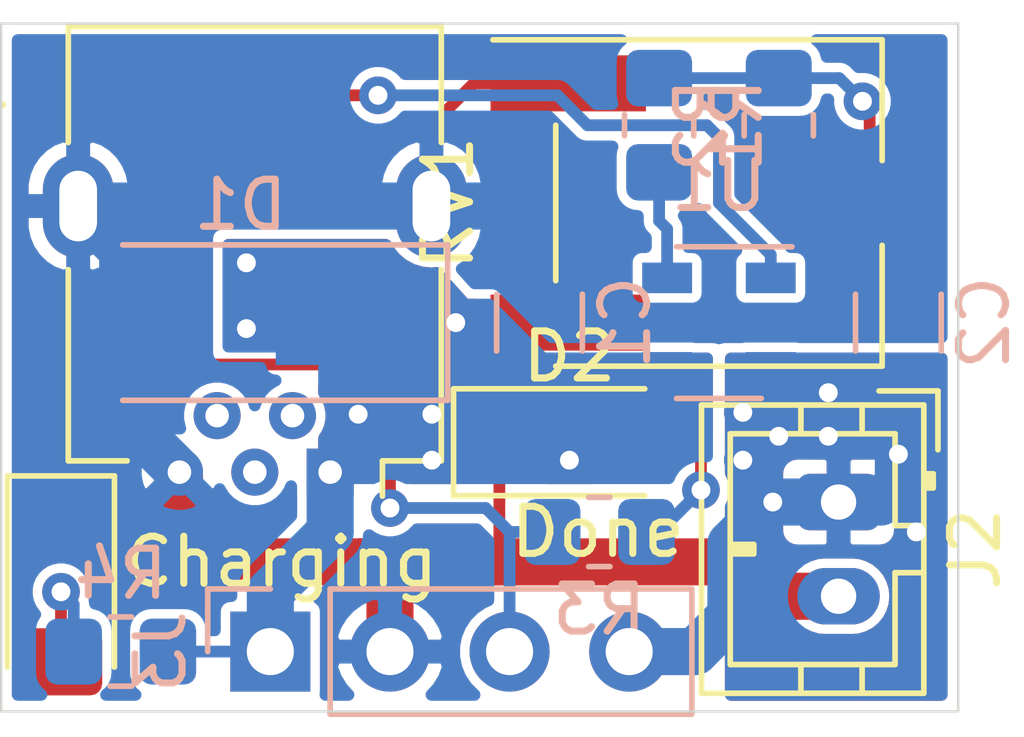
<source format=kicad_pcb>
(kicad_pcb (version 20171130) (host pcbnew "(5.1.10)-1")

  (general
    (thickness 1.6)
    (drawings 6)
    (tracks 114)
    (zones 0)
    (modules 14)
    (nets 13)
  )

  (page A4)
  (title_block
    (title MCP73831-BB)
    (date 2021-09-28)
    (rev 21/1)
    (company "Michael Bemmerl")
    (comment 1 "Open Hardware: CERN OHL v1.2")
    (comment 4 "A breakout board for the MCP73831 Li-Ion / Li-Polymer charger.")
  )

  (layers
    (0 F.Cu signal)
    (31 B.Cu signal)
    (32 B.Adhes user)
    (33 F.Adhes user)
    (34 B.Paste user)
    (35 F.Paste user)
    (36 B.SilkS user)
    (37 F.SilkS user hide)
    (38 B.Mask user)
    (39 F.Mask user hide)
    (40 Dwgs.User user)
    (41 Cmts.User user)
    (42 Eco1.User user)
    (43 Eco2.User user)
    (44 Edge.Cuts user)
    (45 Margin user)
    (46 B.CrtYd user)
    (47 F.CrtYd user)
    (48 B.Fab user hide)
    (49 F.Fab user hide)
  )

  (setup
    (last_trace_width 0.25)
    (user_trace_width 0.5)
    (user_trace_width 1)
    (trace_clearance 0.2)
    (zone_clearance 0.2)
    (zone_45_only yes)
    (trace_min 0.2)
    (via_size 0.8)
    (via_drill 0.4)
    (via_min_size 0.4)
    (via_min_drill 0.3)
    (uvia_size 0.3)
    (uvia_drill 0.1)
    (uvias_allowed no)
    (uvia_min_size 0.2)
    (uvia_min_drill 0.1)
    (edge_width 0.05)
    (segment_width 0.2)
    (pcb_text_width 0.3)
    (pcb_text_size 1.5 1.5)
    (mod_edge_width 0.12)
    (mod_text_size 1 1)
    (mod_text_width 0.15)
    (pad_size 2.2 2.2)
    (pad_drill 1.5)
    (pad_to_mask_clearance 0)
    (aux_axis_origin 0 0)
    (visible_elements 7FFFFFFF)
    (pcbplotparams
      (layerselection 0x010fc_ffffffff)
      (usegerberextensions false)
      (usegerberattributes true)
      (usegerberadvancedattributes true)
      (creategerberjobfile true)
      (excludeedgelayer true)
      (linewidth 0.100000)
      (plotframeref false)
      (viasonmask false)
      (mode 1)
      (useauxorigin false)
      (hpglpennumber 1)
      (hpglpenspeed 20)
      (hpglpendiameter 15.000000)
      (psnegative false)
      (psa4output false)
      (plotreference true)
      (plotvalue true)
      (plotinvisibletext false)
      (padsonsilk false)
      (subtractmaskfromsilk false)
      (outputformat 1)
      (mirror false)
      (drillshape 1)
      (scaleselection 1)
      (outputdirectory ""))
  )

  (net 0 "")
  (net 1 GND)
  (net 2 VCC)
  (net 3 /VBAT)
  (net 4 "Net-(D2-Pad2)")
  (net 5 "Net-(D3-Pad2)")
  (net 6 /STAT)
  (net 7 "Net-(J1-Pad2)")
  (net 8 "Net-(J1-Pad3)")
  (net 9 "Net-(J1-Pad4)")
  (net 10 "Net-(R1-Pad2)")
  (net 11 "Net-(RV1-Pad3)")
  (net 12 /PROG)

  (net_class Default "This is the default net class."
    (clearance 0.2)
    (trace_width 0.25)
    (via_dia 0.8)
    (via_drill 0.4)
    (uvia_dia 0.3)
    (uvia_drill 0.1)
    (add_net /PROG)
    (add_net /STAT)
    (add_net /VBAT)
    (add_net GND)
    (add_net "Net-(D2-Pad2)")
    (add_net "Net-(D3-Pad2)")
    (add_net "Net-(J1-Pad2)")
    (add_net "Net-(J1-Pad3)")
    (add_net "Net-(J1-Pad4)")
    (add_net "Net-(R1-Pad2)")
    (add_net "Net-(RV1-Pad3)")
    (add_net VCC)
  )

  (module Connector_JST:JST_PH_B2B-PH-K_1x02_P2.00mm_Vertical (layer F.Cu) (tedit 5B7745C2) (tstamp 61538D5C)
    (at 118.11 109.855 270)
    (descr "JST PH series connector, B2B-PH-K (http://www.jst-mfg.com/product/pdf/eng/ePH.pdf), generated with kicad-footprint-generator")
    (tags "connector JST PH side entry")
    (path /615249B0)
    (fp_text reference J2 (at 1 -2.9 90) (layer F.SilkS)
      (effects (font (size 1 1) (thickness 0.15)))
    )
    (fp_text value Conn_01x02 (at 1 4 90) (layer F.Fab)
      (effects (font (size 1 1) (thickness 0.15)))
    )
    (fp_line (start -2.06 -1.81) (end -2.06 2.91) (layer F.SilkS) (width 0.12))
    (fp_line (start -2.06 2.91) (end 4.06 2.91) (layer F.SilkS) (width 0.12))
    (fp_line (start 4.06 2.91) (end 4.06 -1.81) (layer F.SilkS) (width 0.12))
    (fp_line (start 4.06 -1.81) (end -2.06 -1.81) (layer F.SilkS) (width 0.12))
    (fp_line (start -0.3 -1.81) (end -0.3 -2.01) (layer F.SilkS) (width 0.12))
    (fp_line (start -0.3 -2.01) (end -0.6 -2.01) (layer F.SilkS) (width 0.12))
    (fp_line (start -0.6 -2.01) (end -0.6 -1.81) (layer F.SilkS) (width 0.12))
    (fp_line (start -0.3 -1.91) (end -0.6 -1.91) (layer F.SilkS) (width 0.12))
    (fp_line (start 0.5 -1.81) (end 0.5 -1.2) (layer F.SilkS) (width 0.12))
    (fp_line (start 0.5 -1.2) (end -1.45 -1.2) (layer F.SilkS) (width 0.12))
    (fp_line (start -1.45 -1.2) (end -1.45 2.3) (layer F.SilkS) (width 0.12))
    (fp_line (start -1.45 2.3) (end 3.45 2.3) (layer F.SilkS) (width 0.12))
    (fp_line (start 3.45 2.3) (end 3.45 -1.2) (layer F.SilkS) (width 0.12))
    (fp_line (start 3.45 -1.2) (end 1.5 -1.2) (layer F.SilkS) (width 0.12))
    (fp_line (start 1.5 -1.2) (end 1.5 -1.81) (layer F.SilkS) (width 0.12))
    (fp_line (start -2.06 -0.5) (end -1.45 -0.5) (layer F.SilkS) (width 0.12))
    (fp_line (start -2.06 0.8) (end -1.45 0.8) (layer F.SilkS) (width 0.12))
    (fp_line (start 4.06 -0.5) (end 3.45 -0.5) (layer F.SilkS) (width 0.12))
    (fp_line (start 4.06 0.8) (end 3.45 0.8) (layer F.SilkS) (width 0.12))
    (fp_line (start 0.9 2.3) (end 0.9 1.8) (layer F.SilkS) (width 0.12))
    (fp_line (start 0.9 1.8) (end 1.1 1.8) (layer F.SilkS) (width 0.12))
    (fp_line (start 1.1 1.8) (end 1.1 2.3) (layer F.SilkS) (width 0.12))
    (fp_line (start 1 2.3) (end 1 1.8) (layer F.SilkS) (width 0.12))
    (fp_line (start -1.11 -2.11) (end -2.36 -2.11) (layer F.SilkS) (width 0.12))
    (fp_line (start -2.36 -2.11) (end -2.36 -0.86) (layer F.SilkS) (width 0.12))
    (fp_line (start -1.11 -2.11) (end -2.36 -2.11) (layer F.Fab) (width 0.1))
    (fp_line (start -2.36 -2.11) (end -2.36 -0.86) (layer F.Fab) (width 0.1))
    (fp_line (start -1.95 -1.7) (end -1.95 2.8) (layer F.Fab) (width 0.1))
    (fp_line (start -1.95 2.8) (end 3.95 2.8) (layer F.Fab) (width 0.1))
    (fp_line (start 3.95 2.8) (end 3.95 -1.7) (layer F.Fab) (width 0.1))
    (fp_line (start 3.95 -1.7) (end -1.95 -1.7) (layer F.Fab) (width 0.1))
    (fp_line (start -2.45 -2.2) (end -2.45 3.3) (layer F.CrtYd) (width 0.05))
    (fp_line (start -2.45 3.3) (end 4.45 3.3) (layer F.CrtYd) (width 0.05))
    (fp_line (start 4.45 3.3) (end 4.45 -2.2) (layer F.CrtYd) (width 0.05))
    (fp_line (start 4.45 -2.2) (end -2.45 -2.2) (layer F.CrtYd) (width 0.05))
    (fp_text user %R (at 1 1.5 90) (layer F.Fab)
      (effects (font (size 1 1) (thickness 0.15)))
    )
    (pad 2 thru_hole oval (at 2 0 270) (size 1.2 1.75) (drill 0.75) (layers *.Cu *.Mask)
      (net 1 GND))
    (pad 1 thru_hole roundrect (at 0 0 270) (size 1.2 1.75) (drill 0.75) (layers *.Cu *.Mask) (roundrect_rratio 0.208333)
      (net 3 /VBAT))
    (model ${KISYS3DMOD}/Connector_JST.3dshapes/JST_PH_B2B-PH-K_1x02_P2.00mm_Vertical.wrl
      (at (xyz 0 0 0))
      (scale (xyz 1 1 1))
      (rotate (xyz 0 0 0))
    )
  )

  (module Resistor_SMD:R_0805_2012Metric_Pad1.20x1.40mm_HandSolder (layer B.Cu) (tedit 5F68FEEE) (tstamp 61561D3C)
    (at 113.03 110.49)
    (descr "Resistor SMD 0805 (2012 Metric), square (rectangular) end terminal, IPC_7351 nominal with elongated pad for handsoldering. (Body size source: IPC-SM-782 page 72, https://www.pcb-3d.com/wordpress/wp-content/uploads/ipc-sm-782a_amendment_1_and_2.pdf), generated with kicad-footprint-generator")
    (tags "resistor handsolder")
    (path /6152AF9D)
    (attr smd)
    (fp_text reference R3 (at 0 1.65) (layer B.SilkS)
      (effects (font (size 1 1) (thickness 0.15)) (justify mirror))
    )
    (fp_text value "330 Ω" (at 0 -1.65) (layer B.Fab)
      (effects (font (size 1 1) (thickness 0.15)) (justify mirror))
    )
    (fp_line (start -1 -0.625) (end -1 0.625) (layer B.Fab) (width 0.1))
    (fp_line (start -1 0.625) (end 1 0.625) (layer B.Fab) (width 0.1))
    (fp_line (start 1 0.625) (end 1 -0.625) (layer B.Fab) (width 0.1))
    (fp_line (start 1 -0.625) (end -1 -0.625) (layer B.Fab) (width 0.1))
    (fp_line (start -0.227064 0.735) (end 0.227064 0.735) (layer B.SilkS) (width 0.12))
    (fp_line (start -0.227064 -0.735) (end 0.227064 -0.735) (layer B.SilkS) (width 0.12))
    (fp_line (start -1.85 -0.95) (end -1.85 0.95) (layer B.CrtYd) (width 0.05))
    (fp_line (start -1.85 0.95) (end 1.85 0.95) (layer B.CrtYd) (width 0.05))
    (fp_line (start 1.85 0.95) (end 1.85 -0.95) (layer B.CrtYd) (width 0.05))
    (fp_line (start 1.85 -0.95) (end -1.85 -0.95) (layer B.CrtYd) (width 0.05))
    (fp_text user %R (at 0 0) (layer B.Fab)
      (effects (font (size 0.5 0.5) (thickness 0.08)) (justify mirror))
    )
    (pad 2 smd roundrect (at 1 0) (size 1.2 1.4) (layers B.Cu B.Paste B.Mask) (roundrect_rratio 0.208333)
      (net 4 "Net-(D2-Pad2)"))
    (pad 1 smd roundrect (at -1 0) (size 1.2 1.4) (layers B.Cu B.Paste B.Mask) (roundrect_rratio 0.208333)
      (net 6 /STAT))
    (model ${KISYS3DMOD}/Resistor_SMD.3dshapes/R_0805_2012Metric.wrl
      (at (xyz 0 0 0))
      (scale (xyz 1 1 1))
      (rotate (xyz 0 0 0))
    )
  )

  (module Package_TO_SOT_SMD:SOT-23-5 (layer B.Cu) (tedit 5A02FF57) (tstamp 61538DE6)
    (at 115.57 106.045 180)
    (descr "5-pin SOT23 package")
    (tags SOT-23-5)
    (path /61521483)
    (attr smd)
    (fp_text reference U1 (at 0 2.9) (layer B.SilkS)
      (effects (font (size 1 1) (thickness 0.15)) (justify mirror))
    )
    (fp_text value MCP73831 (at 0 -2.9) (layer B.Fab)
      (effects (font (size 1 1) (thickness 0.15)) (justify mirror))
    )
    (fp_line (start -0.9 -1.61) (end 0.9 -1.61) (layer B.SilkS) (width 0.12))
    (fp_line (start 0.9 1.61) (end -1.55 1.61) (layer B.SilkS) (width 0.12))
    (fp_line (start -1.9 1.8) (end 1.9 1.8) (layer B.CrtYd) (width 0.05))
    (fp_line (start 1.9 1.8) (end 1.9 -1.8) (layer B.CrtYd) (width 0.05))
    (fp_line (start 1.9 -1.8) (end -1.9 -1.8) (layer B.CrtYd) (width 0.05))
    (fp_line (start -1.9 -1.8) (end -1.9 1.8) (layer B.CrtYd) (width 0.05))
    (fp_line (start -0.9 0.9) (end -0.25 1.55) (layer B.Fab) (width 0.1))
    (fp_line (start 0.9 1.55) (end -0.25 1.55) (layer B.Fab) (width 0.1))
    (fp_line (start -0.9 0.9) (end -0.9 -1.55) (layer B.Fab) (width 0.1))
    (fp_line (start 0.9 -1.55) (end -0.9 -1.55) (layer B.Fab) (width 0.1))
    (fp_line (start 0.9 1.55) (end 0.9 -1.55) (layer B.Fab) (width 0.1))
    (fp_text user %R (at 0 0 270) (layer B.Fab)
      (effects (font (size 0.5 0.5) (thickness 0.075)) (justify mirror))
    )
    (pad 5 smd rect (at 1.1 0.95 180) (size 1.06 0.65) (layers B.Cu B.Paste B.Mask)
      (net 12 /PROG))
    (pad 4 smd rect (at 1.1 -0.95 180) (size 1.06 0.65) (layers B.Cu B.Paste B.Mask)
      (net 2 VCC))
    (pad 3 smd rect (at -1.1 -0.95 180) (size 1.06 0.65) (layers B.Cu B.Paste B.Mask)
      (net 3 /VBAT))
    (pad 2 smd rect (at -1.1 0 180) (size 1.06 0.65) (layers B.Cu B.Paste B.Mask)
      (net 1 GND))
    (pad 1 smd rect (at -1.1 0.95 180) (size 1.06 0.65) (layers B.Cu B.Paste B.Mask)
      (net 6 /STAT))
    (model ${KISYS3DMOD}/Package_TO_SOT_SMD.3dshapes/SOT-23-5.wrl
      (at (xyz 0 0 0))
      (scale (xyz 1 1 1))
      (rotate (xyz 0 0 0))
    )
  )

  (module mibe:Potentiometer_Bourns_3361P_Vertical (layer F.Cu) (tedit 5EDC2918) (tstamp 615396D8)
    (at 115.57 103.505 90)
    (descr "Potentiometer, vertical, Bourns 3361P, https://www.bourns.com/docs/Product-Datasheets/3361.pdf")
    (tags "Potentiometer vertical Bourns 3361P")
    (path /61530ECD)
    (attr smd)
    (fp_text reference RV1 (at 0 -5.75 90) (layer F.SilkS)
      (effects (font (size 1 1) (thickness 0.15)))
    )
    (fp_text value "100 kΩ" (at 0 5.9 90) (layer F.Fab)
      (effects (font (size 1 1) (thickness 0.15)))
    )
    (fp_line (start -3.355 -3.355) (end 3.355 -3.355) (layer F.Fab) (width 0.1))
    (fp_line (start 3.355 -3.355) (end 3.355 3.355) (layer F.Fab) (width 0.1))
    (fp_line (start 3.355 3.355) (end -3.355 3.355) (layer F.Fab) (width 0.1))
    (fp_line (start -3.355 3.355) (end -3.355 -3.355) (layer F.Fab) (width 0.1))
    (fp_circle (center 0 0) (end 1.385 0) (layer F.Fab) (width 0.1))
    (fp_line (start 0 -1.385) (end 0 1.385) (layer F.Fab) (width 0.1))
    (fp_line (start 1.385 0) (end -1.385 0) (layer F.Fab) (width 0.1))
    (fp_line (start 2.65 -3.35) (end 3.35 -2.65) (layer F.Fab) (width 0.1))
    (fp_line (start 3.465 3.465) (end 3.465 -4.8) (layer F.SilkS) (width 0.12))
    (fp_line (start 1.65 -3.465) (end -1.65 -3.465) (layer F.SilkS) (width 0.12))
    (fp_line (start -3.465 -3.465) (end -3.465 3.465) (layer F.SilkS) (width 0.12))
    (fp_line (start -3.465 3.465) (end -0.9 3.465) (layer F.SilkS) (width 0.12))
    (fp_line (start 0.9 3.465) (end 3.465 3.465) (layer F.SilkS) (width 0.12))
    (fp_line (start -3.61 -5.1) (end -3.61 5.1) (layer F.CrtYd) (width 0.05))
    (fp_line (start -3.61 5.1) (end 3.61 5.1) (layer F.CrtYd) (width 0.05))
    (fp_line (start 3.61 5.1) (end 3.61 -5.1) (layer F.CrtYd) (width 0.05))
    (fp_line (start 3.61 -5.1) (end -3.61 -5.1) (layer F.CrtYd) (width 0.05))
    (fp_text user %R (at 0 -2.5 90) (layer F.Fab)
      (effects (font (size 0.5 0.5) (thickness 0.1)))
    )
    (pad 3 smd rect (at -2.54 -3.2 90) (size 1.19 3.3) (layers F.Cu F.Paste F.Mask)
      (net 11 "Net-(RV1-Pad3)"))
    (pad 2 smd rect (at 0 3.2 90) (size 1.19 3.3) (layers F.Cu F.Paste F.Mask)
      (net 10 "Net-(R1-Pad2)"))
    (pad 1 smd rect (at 2.54 -3.2 90) (size 1.19 3.3) (layers F.Cu F.Paste F.Mask)
      (net 1 GND))
  )

  (module Resistor_SMD:R_0805_2012Metric_Pad1.20x1.40mm_HandSolder (layer B.Cu) (tedit 5F68FEEE) (tstamp 61538DB8)
    (at 102.87 113.03 180)
    (descr "Resistor SMD 0805 (2012 Metric), square (rectangular) end terminal, IPC_7351 nominal with elongated pad for handsoldering. (Body size source: IPC-SM-782 page 72, https://www.pcb-3d.com/wordpress/wp-content/uploads/ipc-sm-782a_amendment_1_and_2.pdf), generated with kicad-footprint-generator")
    (tags "resistor handsolder")
    (path /6155E8EE)
    (attr smd)
    (fp_text reference R4 (at 0 1.65) (layer B.SilkS)
      (effects (font (size 1 1) (thickness 0.15)) (justify mirror))
    )
    (fp_text value "390 Ω" (at 0 -1.65) (layer B.Fab)
      (effects (font (size 1 1) (thickness 0.15)) (justify mirror))
    )
    (fp_line (start -1 -0.625) (end -1 0.625) (layer B.Fab) (width 0.1))
    (fp_line (start -1 0.625) (end 1 0.625) (layer B.Fab) (width 0.1))
    (fp_line (start 1 0.625) (end 1 -0.625) (layer B.Fab) (width 0.1))
    (fp_line (start 1 -0.625) (end -1 -0.625) (layer B.Fab) (width 0.1))
    (fp_line (start -0.227064 0.735) (end 0.227064 0.735) (layer B.SilkS) (width 0.12))
    (fp_line (start -0.227064 -0.735) (end 0.227064 -0.735) (layer B.SilkS) (width 0.12))
    (fp_line (start -1.85 -0.95) (end -1.85 0.95) (layer B.CrtYd) (width 0.05))
    (fp_line (start -1.85 0.95) (end 1.85 0.95) (layer B.CrtYd) (width 0.05))
    (fp_line (start 1.85 0.95) (end 1.85 -0.95) (layer B.CrtYd) (width 0.05))
    (fp_line (start 1.85 -0.95) (end -1.85 -0.95) (layer B.CrtYd) (width 0.05))
    (fp_text user %R (at 0 0) (layer B.Fab)
      (effects (font (size 0.5 0.5) (thickness 0.08)) (justify mirror))
    )
    (pad 2 smd roundrect (at 1 0 180) (size 1.2 1.4) (layers B.Cu B.Paste B.Mask) (roundrect_rratio 0.208333)
      (net 5 "Net-(D3-Pad2)"))
    (pad 1 smd roundrect (at -1 0 180) (size 1.2 1.4) (layers B.Cu B.Paste B.Mask) (roundrect_rratio 0.208333)
      (net 2 VCC))
    (model ${KISYS3DMOD}/Resistor_SMD.3dshapes/R_0805_2012Metric.wrl
      (at (xyz 0 0 0))
      (scale (xyz 1 1 1))
      (rotate (xyz 0 0 0))
    )
  )

  (module Resistor_SMD:R_0805_2012Metric_Pad1.20x1.40mm_HandSolder (layer B.Cu) (tedit 5F68FEEE) (tstamp 61538D96)
    (at 116.84 101.854 270)
    (descr "Resistor SMD 0805 (2012 Metric), square (rectangular) end terminal, IPC_7351 nominal with elongated pad for handsoldering. (Body size source: IPC-SM-782 page 72, https://www.pcb-3d.com/wordpress/wp-content/uploads/ipc-sm-782a_amendment_1_and_2.pdf), generated with kicad-footprint-generator")
    (tags "resistor handsolder")
    (path /615321FE)
    (attr smd)
    (fp_text reference R2 (at 0 1.65 90) (layer B.SilkS)
      (effects (font (size 1 1) (thickness 0.15)) (justify mirror))
    )
    (fp_text value "187 kΩ" (at 0 -1.65 90) (layer B.Fab)
      (effects (font (size 1 1) (thickness 0.15)) (justify mirror))
    )
    (fp_line (start -1 -0.625) (end -1 0.625) (layer B.Fab) (width 0.1))
    (fp_line (start -1 0.625) (end 1 0.625) (layer B.Fab) (width 0.1))
    (fp_line (start 1 0.625) (end 1 -0.625) (layer B.Fab) (width 0.1))
    (fp_line (start 1 -0.625) (end -1 -0.625) (layer B.Fab) (width 0.1))
    (fp_line (start -0.227064 0.735) (end 0.227064 0.735) (layer B.SilkS) (width 0.12))
    (fp_line (start -0.227064 -0.735) (end 0.227064 -0.735) (layer B.SilkS) (width 0.12))
    (fp_line (start -1.85 -0.95) (end -1.85 0.95) (layer B.CrtYd) (width 0.05))
    (fp_line (start -1.85 0.95) (end 1.85 0.95) (layer B.CrtYd) (width 0.05))
    (fp_line (start 1.85 0.95) (end 1.85 -0.95) (layer B.CrtYd) (width 0.05))
    (fp_line (start 1.85 -0.95) (end -1.85 -0.95) (layer B.CrtYd) (width 0.05))
    (fp_text user %R (at 0 0 90) (layer B.Fab)
      (effects (font (size 0.5 0.5) (thickness 0.08)) (justify mirror))
    )
    (pad 2 smd roundrect (at 1 0 270) (size 1.2 1.4) (layers B.Cu B.Paste B.Mask) (roundrect_rratio 0.208333)
      (net 1 GND))
    (pad 1 smd roundrect (at -1 0 270) (size 1.2 1.4) (layers B.Cu B.Paste B.Mask) (roundrect_rratio 0.208333)
      (net 10 "Net-(R1-Pad2)"))
    (model ${KISYS3DMOD}/Resistor_SMD.3dshapes/R_0805_2012Metric.wrl
      (at (xyz 0 0 0))
      (scale (xyz 1 1 1))
      (rotate (xyz 0 0 0))
    )
  )

  (module Resistor_SMD:R_0805_2012Metric_Pad1.20x1.40mm_HandSolder (layer B.Cu) (tedit 5F68FEEE) (tstamp 61538D85)
    (at 114.3 101.854 90)
    (descr "Resistor SMD 0805 (2012 Metric), square (rectangular) end terminal, IPC_7351 nominal with elongated pad for handsoldering. (Body size source: IPC-SM-782 page 72, https://www.pcb-3d.com/wordpress/wp-content/uploads/ipc-sm-782a_amendment_1_and_2.pdf), generated with kicad-footprint-generator")
    (tags "resistor handsolder")
    (path /6152236B)
    (attr smd)
    (fp_text reference R1 (at 0 1.65 90) (layer B.SilkS)
      (effects (font (size 1 1) (thickness 0.15)) (justify mirror))
    )
    (fp_text value "2,49 kΩ" (at 0 -1.65 90) (layer B.Fab)
      (effects (font (size 1 1) (thickness 0.15)) (justify mirror))
    )
    (fp_line (start -1 -0.625) (end -1 0.625) (layer B.Fab) (width 0.1))
    (fp_line (start -1 0.625) (end 1 0.625) (layer B.Fab) (width 0.1))
    (fp_line (start 1 0.625) (end 1 -0.625) (layer B.Fab) (width 0.1))
    (fp_line (start 1 -0.625) (end -1 -0.625) (layer B.Fab) (width 0.1))
    (fp_line (start -0.227064 0.735) (end 0.227064 0.735) (layer B.SilkS) (width 0.12))
    (fp_line (start -0.227064 -0.735) (end 0.227064 -0.735) (layer B.SilkS) (width 0.12))
    (fp_line (start -1.85 -0.95) (end -1.85 0.95) (layer B.CrtYd) (width 0.05))
    (fp_line (start -1.85 0.95) (end 1.85 0.95) (layer B.CrtYd) (width 0.05))
    (fp_line (start 1.85 0.95) (end 1.85 -0.95) (layer B.CrtYd) (width 0.05))
    (fp_line (start 1.85 -0.95) (end -1.85 -0.95) (layer B.CrtYd) (width 0.05))
    (fp_text user %R (at 0 0 90) (layer B.Fab)
      (effects (font (size 0.5 0.5) (thickness 0.08)) (justify mirror))
    )
    (pad 2 smd roundrect (at 1 0 90) (size 1.2 1.4) (layers B.Cu B.Paste B.Mask) (roundrect_rratio 0.208333)
      (net 10 "Net-(R1-Pad2)"))
    (pad 1 smd roundrect (at -1 0 90) (size 1.2 1.4) (layers B.Cu B.Paste B.Mask) (roundrect_rratio 0.208333)
      (net 12 /PROG))
    (model ${KISYS3DMOD}/Resistor_SMD.3dshapes/R_0805_2012Metric.wrl
      (at (xyz 0 0 0))
      (scale (xyz 1 1 1))
      (rotate (xyz 0 0 0))
    )
  )

  (module Connector_PinHeader_2.54mm:PinHeader_1x04_P2.54mm_Vertical (layer B.Cu) (tedit 59FED5CC) (tstamp 61539476)
    (at 106.045 113.03 270)
    (descr "Through hole straight pin header, 1x04, 2.54mm pitch, single row")
    (tags "Through hole pin header THT 1x04 2.54mm single row")
    (path /6152A188)
    (fp_text reference J3 (at 0 2.33 270) (layer B.SilkS)
      (effects (font (size 1 1) (thickness 0.15)) (justify mirror))
    )
    (fp_text value Conn_01x04 (at 0 -9.95 270) (layer B.Fab)
      (effects (font (size 1 1) (thickness 0.15)) (justify mirror))
    )
    (fp_line (start -0.635 1.27) (end 1.27 1.27) (layer B.Fab) (width 0.1))
    (fp_line (start 1.27 1.27) (end 1.27 -8.89) (layer B.Fab) (width 0.1))
    (fp_line (start 1.27 -8.89) (end -1.27 -8.89) (layer B.Fab) (width 0.1))
    (fp_line (start -1.27 -8.89) (end -1.27 0.635) (layer B.Fab) (width 0.1))
    (fp_line (start -1.27 0.635) (end -0.635 1.27) (layer B.Fab) (width 0.1))
    (fp_line (start -1.33 -8.95) (end 1.33 -8.95) (layer B.SilkS) (width 0.12))
    (fp_line (start -1.33 -1.27) (end -1.33 -8.95) (layer B.SilkS) (width 0.12))
    (fp_line (start 1.33 -1.27) (end 1.33 -8.95) (layer B.SilkS) (width 0.12))
    (fp_line (start -1.33 -1.27) (end 1.33 -1.27) (layer B.SilkS) (width 0.12))
    (fp_line (start -1.33 0) (end -1.33 1.33) (layer B.SilkS) (width 0.12))
    (fp_line (start -1.33 1.33) (end 0 1.33) (layer B.SilkS) (width 0.12))
    (fp_line (start -1.8 1.8) (end -1.8 -9.4) (layer B.CrtYd) (width 0.05))
    (fp_line (start -1.8 -9.4) (end 1.8 -9.4) (layer B.CrtYd) (width 0.05))
    (fp_line (start 1.8 -9.4) (end 1.8 1.8) (layer B.CrtYd) (width 0.05))
    (fp_line (start 1.8 1.8) (end -1.8 1.8) (layer B.CrtYd) (width 0.05))
    (fp_text user %R (at 0 -3.81) (layer B.Fab)
      (effects (font (size 1 1) (thickness 0.15)) (justify mirror))
    )
    (pad 4 thru_hole oval (at 0 -7.62 270) (size 1.7 1.7) (drill 1) (layers *.Cu *.Mask)
      (net 3 /VBAT))
    (pad 3 thru_hole oval (at 0 -5.08 270) (size 1.7 1.7) (drill 1) (layers *.Cu *.Mask)
      (net 6 /STAT))
    (pad 2 thru_hole oval (at 0 -2.54 270) (size 1.7 1.7) (drill 1) (layers *.Cu *.Mask)
      (net 1 GND))
    (pad 1 thru_hole rect (at 0 0 270) (size 1.7 1.7) (drill 1) (layers *.Cu *.Mask)
      (net 2 VCC))
    (model ${KISYS3DMOD}/Connector_PinHeader_2.54mm.3dshapes/PinHeader_1x04_P2.54mm_Vertical.wrl
      (at (xyz 0 0 0))
      (scale (xyz 1 1 1))
      (rotate (xyz 0 0 0))
    )
  )

  (module mibe:USB_Mini-B_Reichelt_BWM (layer F.Cu) (tedit 5DAF7239) (tstamp 61538D32)
    (at 107.315 109.22 180)
    (descr "USB Mini-B, horizontal, through-hole, https://cdn-reichelt.de/documents/datenblatt/C100/USB_BWM_DB_01.pdf")
    (tags "USB Mini B horizontal through-hole")
    (path /61525FF4)
    (fp_text reference J1 (at 7.62 8.255) (layer F.SilkS)
      (effects (font (size 1 1) (thickness 0.15)))
    )
    (fp_text value USB_B_Mini (at 1.6 11) (layer F.Fab)
      (effects (font (size 1 1) (thickness 0.15)))
    )
    (fp_line (start -3.4 -1) (end -3.4 10) (layer F.CrtYd) (width 0.05))
    (fp_line (start 6.6 -1) (end -3.4 -1) (layer F.CrtYd) (width 0.05))
    (fp_line (start 6.6 10) (end 6.6 -1) (layer F.CrtYd) (width 0.05))
    (fp_line (start -3.4 10) (end 6.6 10) (layer F.CrtYd) (width 0.05))
    (fp_line (start 0 -0.1) (end 0.4 -0.5) (layer F.Fab) (width 0.1))
    (fp_line (start -0.4 -0.5) (end 0 -0.1) (layer F.Fab) (width 0.1))
    (fp_line (start -1.11 0.24) (end -1.11 -0.51) (layer F.SilkS) (width 0.12))
    (fp_line (start -1.11 0.24) (end -2.36 0.24) (layer F.SilkS) (width 0.12))
    (fp_line (start 5.56 0.24) (end 4.31 0.24) (layer F.SilkS) (width 0.12))
    (fp_line (start 5.56 4.3) (end 5.56 0.24) (layer F.SilkS) (width 0.12))
    (fp_line (start -2.36 4.3) (end -2.36 0.24) (layer F.SilkS) (width 0.12))
    (fp_line (start 5.56 9.46) (end 5.56 7) (layer F.SilkS) (width 0.12))
    (fp_line (start -2.36 9.46) (end -2.36 7) (layer F.SilkS) (width 0.12))
    (fp_line (start -2.36 9.46) (end 5.56 9.46) (layer F.SilkS) (width 0.12))
    (fp_line (start -2.3 9.4) (end -2.3 -0.5) (layer F.Fab) (width 0.1))
    (fp_line (start 5.5 9.4) (end -2.3 9.4) (layer F.Fab) (width 0.1))
    (fp_line (start 5.5 -0.5) (end 5.5 9.4) (layer F.Fab) (width 0.1))
    (fp_line (start -2.3 -0.5) (end 5.5 -0.5) (layer F.Fab) (width 0.1))
    (fp_line (start -1.3 8.65) (end 4.5 8.65) (layer F.Fab) (width 0.12))
    (fp_text user "PCB edge" (at 1.6 8.6) (layer Dwgs.User)
      (effects (font (size 0.5 0.5) (thickness 0.08)))
    )
    (fp_text user %R (at 1.6 3.725) (layer F.Fab)
      (effects (font (size 1 1) (thickness 0.15)))
    )
    (pad 1 thru_hole rect (at 0 0 180) (size 1 1) (drill 0.5) (layers *.Cu *.Mask)
      (net 2 VCC))
    (pad 2 thru_hole circle (at 0.8 1.2 180) (size 1 1) (drill 0.5) (layers *.Cu *.Mask)
      (net 7 "Net-(J1-Pad2)"))
    (pad 3 thru_hole circle (at 1.6 0 180) (size 1 1) (drill 0.5) (layers *.Cu *.Mask)
      (net 8 "Net-(J1-Pad3)"))
    (pad 4 thru_hole circle (at 2.4 1.2 180) (size 1 1) (drill 0.5) (layers *.Cu *.Mask)
      (net 9 "Net-(J1-Pad4)"))
    (pad 5 thru_hole circle (at 3.2 0 180) (size 1 1) (drill 0.5) (layers *.Cu *.Mask)
      (net 1 GND))
    (pad 6 thru_hole oval (at -2.15 5.65 180) (size 1.5 2.2) (drill oval 0.8 1.5) (layers *.Cu *.Mask)
      (net 1 GND))
    (pad 6 thru_hole oval (at 5.35 5.65 180) (size 1.5 2.2) (drill oval 0.8 1.5) (layers *.Cu *.Mask)
      (net 1 GND))
  )

  (module LED_SMD:LED_1206_3216Metric_Pad1.42x1.75mm_HandSolder (layer F.Cu) (tedit 5F68FEF1) (tstamp 61538D12)
    (at 101.6 111.76 270)
    (descr "LED SMD 1206 (3216 Metric), square (rectangular) end terminal, IPC_7351 nominal, (Body size source: http://www.tortai-tech.com/upload/download/2011102023233369053.pdf), generated with kicad-footprint-generator")
    (tags "LED handsolder")
    (path /61563BF8)
    (attr smd)
    (fp_text reference D3 (at -3.81 3.175 90) (layer F.SilkS)
      (effects (font (size 1 1) (thickness 0.15)))
    )
    (fp_text value "Red LED" (at 0 1.82 90) (layer F.Fab)
      (effects (font (size 1 1) (thickness 0.15)))
    )
    (fp_line (start 1.6 -0.8) (end -1.2 -0.8) (layer F.Fab) (width 0.1))
    (fp_line (start -1.2 -0.8) (end -1.6 -0.4) (layer F.Fab) (width 0.1))
    (fp_line (start -1.6 -0.4) (end -1.6 0.8) (layer F.Fab) (width 0.1))
    (fp_line (start -1.6 0.8) (end 1.6 0.8) (layer F.Fab) (width 0.1))
    (fp_line (start 1.6 0.8) (end 1.6 -0.8) (layer F.Fab) (width 0.1))
    (fp_line (start 1.6 -1.135) (end -2.46 -1.135) (layer F.SilkS) (width 0.12))
    (fp_line (start -2.46 -1.135) (end -2.46 1.135) (layer F.SilkS) (width 0.12))
    (fp_line (start -2.46 1.135) (end 1.6 1.135) (layer F.SilkS) (width 0.12))
    (fp_line (start -2.45 1.12) (end -2.45 -1.12) (layer F.CrtYd) (width 0.05))
    (fp_line (start -2.45 -1.12) (end 2.45 -1.12) (layer F.CrtYd) (width 0.05))
    (fp_line (start 2.45 -1.12) (end 2.45 1.12) (layer F.CrtYd) (width 0.05))
    (fp_line (start 2.45 1.12) (end -2.45 1.12) (layer F.CrtYd) (width 0.05))
    (fp_text user %R (at 0 0 90) (layer F.Fab)
      (effects (font (size 0.8 0.8) (thickness 0.12)))
    )
    (pad 2 smd roundrect (at 1.4875 0 270) (size 1.425 1.75) (layers F.Cu F.Paste F.Mask) (roundrect_rratio 0.175439)
      (net 5 "Net-(D3-Pad2)"))
    (pad 1 smd roundrect (at -1.4875 0 270) (size 1.425 1.75) (layers F.Cu F.Paste F.Mask) (roundrect_rratio 0.175439)
      (net 6 /STAT))
    (model ${KISYS3DMOD}/LED_SMD.3dshapes/LED_1206_3216Metric.wrl
      (at (xyz 0 0 0))
      (scale (xyz 1 1 1))
      (rotate (xyz 0 0 0))
    )
  )

  (module LED_SMD:LED_1206_3216Metric_Pad1.42x1.75mm_HandSolder (layer F.Cu) (tedit 5F68FEF1) (tstamp 61538CFF)
    (at 112.395 108.585)
    (descr "LED SMD 1206 (3216 Metric), square (rectangular) end terminal, IPC_7351 nominal, (Body size source: http://www.tortai-tech.com/upload/download/2011102023233369053.pdf), generated with kicad-footprint-generator")
    (tags "LED handsolder")
    (path /61523292)
    (attr smd)
    (fp_text reference D2 (at 0 -1.82) (layer F.SilkS)
      (effects (font (size 1 1) (thickness 0.15)))
    )
    (fp_text value "Green LED" (at 0 1.82) (layer F.Fab)
      (effects (font (size 1 1) (thickness 0.15)))
    )
    (fp_line (start 1.6 -0.8) (end -1.2 -0.8) (layer F.Fab) (width 0.1))
    (fp_line (start -1.2 -0.8) (end -1.6 -0.4) (layer F.Fab) (width 0.1))
    (fp_line (start -1.6 -0.4) (end -1.6 0.8) (layer F.Fab) (width 0.1))
    (fp_line (start -1.6 0.8) (end 1.6 0.8) (layer F.Fab) (width 0.1))
    (fp_line (start 1.6 0.8) (end 1.6 -0.8) (layer F.Fab) (width 0.1))
    (fp_line (start 1.6 -1.135) (end -2.46 -1.135) (layer F.SilkS) (width 0.12))
    (fp_line (start -2.46 -1.135) (end -2.46 1.135) (layer F.SilkS) (width 0.12))
    (fp_line (start -2.46 1.135) (end 1.6 1.135) (layer F.SilkS) (width 0.12))
    (fp_line (start -2.45 1.12) (end -2.45 -1.12) (layer F.CrtYd) (width 0.05))
    (fp_line (start -2.45 -1.12) (end 2.45 -1.12) (layer F.CrtYd) (width 0.05))
    (fp_line (start 2.45 -1.12) (end 2.45 1.12) (layer F.CrtYd) (width 0.05))
    (fp_line (start 2.45 1.12) (end -2.45 1.12) (layer F.CrtYd) (width 0.05))
    (fp_text user %R (at 0 0) (layer F.Fab)
      (effects (font (size 0.8 0.8) (thickness 0.12)))
    )
    (pad 2 smd roundrect (at 1.4875 0) (size 1.425 1.75) (layers F.Cu F.Paste F.Mask) (roundrect_rratio 0.175439)
      (net 4 "Net-(D2-Pad2)"))
    (pad 1 smd roundrect (at -1.4875 0) (size 1.425 1.75) (layers F.Cu F.Paste F.Mask) (roundrect_rratio 0.175439)
      (net 1 GND))
    (model ${KISYS3DMOD}/LED_SMD.3dshapes/LED_1206_3216Metric.wrl
      (at (xyz 0 0 0))
      (scale (xyz 1 1 1))
      (rotate (xyz 0 0 0))
    )
  )

  (module Diode_SMD:D_SMA_Handsoldering (layer B.Cu) (tedit 58643398) (tstamp 61539A78)
    (at 105.41 106.045 180)
    (descr "Diode SMA (DO-214AC) Handsoldering")
    (tags "Diode SMA (DO-214AC) Handsoldering")
    (path /6152882C)
    (attr smd)
    (fp_text reference D1 (at 0 2.5) (layer B.SilkS)
      (effects (font (size 1 1) (thickness 0.15)) (justify mirror))
    )
    (fp_text value SMAJ5.0A (at 0 -2.6) (layer B.Fab)
      (effects (font (size 1 1) (thickness 0.15)) (justify mirror))
    )
    (fp_line (start -4.4 1.65) (end -4.4 -1.65) (layer B.SilkS) (width 0.12))
    (fp_line (start 2.3 -1.5) (end -2.3 -1.5) (layer B.Fab) (width 0.1))
    (fp_line (start -2.3 -1.5) (end -2.3 1.5) (layer B.Fab) (width 0.1))
    (fp_line (start 2.3 1.5) (end 2.3 -1.5) (layer B.Fab) (width 0.1))
    (fp_line (start 2.3 1.5) (end -2.3 1.5) (layer B.Fab) (width 0.1))
    (fp_line (start -4.5 1.75) (end 4.5 1.75) (layer B.CrtYd) (width 0.05))
    (fp_line (start 4.5 1.75) (end 4.5 -1.75) (layer B.CrtYd) (width 0.05))
    (fp_line (start 4.5 -1.75) (end -4.5 -1.75) (layer B.CrtYd) (width 0.05))
    (fp_line (start -4.5 -1.75) (end -4.5 1.75) (layer B.CrtYd) (width 0.05))
    (fp_line (start -0.64944 -0.00102) (end -1.55114 -0.00102) (layer B.Fab) (width 0.1))
    (fp_line (start 0.50118 -0.00102) (end 1.4994 -0.00102) (layer B.Fab) (width 0.1))
    (fp_line (start -0.64944 0.79908) (end -0.64944 -0.80112) (layer B.Fab) (width 0.1))
    (fp_line (start 0.50118 -0.75032) (end 0.50118 0.79908) (layer B.Fab) (width 0.1))
    (fp_line (start -0.64944 -0.00102) (end 0.50118 -0.75032) (layer B.Fab) (width 0.1))
    (fp_line (start -0.64944 -0.00102) (end 0.50118 0.79908) (layer B.Fab) (width 0.1))
    (fp_line (start -4.4 -1.65) (end 2.5 -1.65) (layer B.SilkS) (width 0.12))
    (fp_line (start -4.4 1.65) (end 2.5 1.65) (layer B.SilkS) (width 0.12))
    (fp_text user %R (at 0 2.5) (layer B.Fab)
      (effects (font (size 1 1) (thickness 0.15)) (justify mirror))
    )
    (pad 2 smd rect (at 2.5 0 180) (size 3.5 1.8) (layers B.Cu B.Paste B.Mask)
      (net 1 GND))
    (pad 1 smd rect (at -2.5 0 180) (size 3.5 1.8) (layers B.Cu B.Paste B.Mask)
      (net 2 VCC))
    (model ${KISYS3DMOD}/Diode_SMD.3dshapes/D_SMA.wrl
      (at (xyz 0 0 0))
      (scale (xyz 1 1 1))
      (rotate (xyz 0 0 0))
    )
  )

  (module Capacitor_SMD:C_1206_3216Metric_Pad1.42x1.75mm_HandSolder (layer B.Cu) (tedit 5B301BBE) (tstamp 61538CD4)
    (at 119.38 106.045 90)
    (descr "Capacitor SMD 1206 (3216 Metric), square (rectangular) end terminal, IPC_7351 nominal with elongated pad for handsoldering. (Body size source: http://www.tortai-tech.com/upload/download/2011102023233369053.pdf), generated with kicad-footprint-generator")
    (tags "capacitor handsolder")
    (path /615224E0)
    (attr smd)
    (fp_text reference C2 (at 0 1.82 90) (layer B.SilkS)
      (effects (font (size 1 1) (thickness 0.15)) (justify mirror))
    )
    (fp_text value "4,7 µF" (at 0 -1.82 90) (layer B.Fab)
      (effects (font (size 1 1) (thickness 0.15)) (justify mirror))
    )
    (fp_line (start -1.6 -0.8) (end -1.6 0.8) (layer B.Fab) (width 0.1))
    (fp_line (start -1.6 0.8) (end 1.6 0.8) (layer B.Fab) (width 0.1))
    (fp_line (start 1.6 0.8) (end 1.6 -0.8) (layer B.Fab) (width 0.1))
    (fp_line (start 1.6 -0.8) (end -1.6 -0.8) (layer B.Fab) (width 0.1))
    (fp_line (start -0.602064 0.91) (end 0.602064 0.91) (layer B.SilkS) (width 0.12))
    (fp_line (start -0.602064 -0.91) (end 0.602064 -0.91) (layer B.SilkS) (width 0.12))
    (fp_line (start -2.45 -1.12) (end -2.45 1.12) (layer B.CrtYd) (width 0.05))
    (fp_line (start -2.45 1.12) (end 2.45 1.12) (layer B.CrtYd) (width 0.05))
    (fp_line (start 2.45 1.12) (end 2.45 -1.12) (layer B.CrtYd) (width 0.05))
    (fp_line (start 2.45 -1.12) (end -2.45 -1.12) (layer B.CrtYd) (width 0.05))
    (fp_text user %R (at 0 0 90) (layer B.Fab)
      (effects (font (size 0.8 0.8) (thickness 0.12)) (justify mirror))
    )
    (pad 2 smd roundrect (at 1.4875 0 90) (size 1.425 1.75) (layers B.Cu B.Paste B.Mask) (roundrect_rratio 0.175439)
      (net 1 GND))
    (pad 1 smd roundrect (at -1.4875 0 90) (size 1.425 1.75) (layers B.Cu B.Paste B.Mask) (roundrect_rratio 0.175439)
      (net 3 /VBAT))
    (model ${KISYS3DMOD}/Capacitor_SMD.3dshapes/C_1206_3216Metric.wrl
      (at (xyz 0 0 0))
      (scale (xyz 1 1 1))
      (rotate (xyz 0 0 0))
    )
  )

  (module Capacitor_SMD:C_1206_3216Metric_Pad1.42x1.75mm_HandSolder (layer B.Cu) (tedit 5B301BBE) (tstamp 61538CC3)
    (at 111.76 106.045 90)
    (descr "Capacitor SMD 1206 (3216 Metric), square (rectangular) end terminal, IPC_7351 nominal with elongated pad for handsoldering. (Body size source: http://www.tortai-tech.com/upload/download/2011102023233369053.pdf), generated with kicad-footprint-generator")
    (tags "capacitor handsolder")
    (path /61524ED2)
    (attr smd)
    (fp_text reference C1 (at 0 1.82 270) (layer B.SilkS)
      (effects (font (size 1 1) (thickness 0.15)) (justify mirror))
    )
    (fp_text value "4,7 µF" (at 0 -1.82 270) (layer B.Fab)
      (effects (font (size 1 1) (thickness 0.15)) (justify mirror))
    )
    (fp_line (start -1.6 -0.8) (end -1.6 0.8) (layer B.Fab) (width 0.1))
    (fp_line (start -1.6 0.8) (end 1.6 0.8) (layer B.Fab) (width 0.1))
    (fp_line (start 1.6 0.8) (end 1.6 -0.8) (layer B.Fab) (width 0.1))
    (fp_line (start 1.6 -0.8) (end -1.6 -0.8) (layer B.Fab) (width 0.1))
    (fp_line (start -0.602064 0.91) (end 0.602064 0.91) (layer B.SilkS) (width 0.12))
    (fp_line (start -0.602064 -0.91) (end 0.602064 -0.91) (layer B.SilkS) (width 0.12))
    (fp_line (start -2.45 -1.12) (end -2.45 1.12) (layer B.CrtYd) (width 0.05))
    (fp_line (start -2.45 1.12) (end 2.45 1.12) (layer B.CrtYd) (width 0.05))
    (fp_line (start 2.45 1.12) (end 2.45 -1.12) (layer B.CrtYd) (width 0.05))
    (fp_line (start 2.45 -1.12) (end -2.45 -1.12) (layer B.CrtYd) (width 0.05))
    (fp_text user %R (at 0 0 270) (layer B.Fab)
      (effects (font (size 0.8 0.8) (thickness 0.12)) (justify mirror))
    )
    (pad 2 smd roundrect (at 1.4875 0 90) (size 1.425 1.75) (layers B.Cu B.Paste B.Mask) (roundrect_rratio 0.175439)
      (net 1 GND))
    (pad 1 smd roundrect (at -1.4875 0 90) (size 1.425 1.75) (layers B.Cu B.Paste B.Mask) (roundrect_rratio 0.175439)
      (net 2 VCC))
    (model ${KISYS3DMOD}/Capacitor_SMD.3dshapes/C_1206_3216Metric.wrl
      (at (xyz 0 0 0))
      (scale (xyz 1 1 1))
      (rotate (xyz 0 0 0))
    )
  )

  (gr_text Charging (at 102.87 111.125) (layer F.SilkS)
    (effects (font (size 1 1) (thickness 0.15)) (justify left))
  )
  (gr_text Done (at 114.935 110.49) (layer F.SilkS)
    (effects (font (size 1 1) (thickness 0.15)) (justify right))
  )
  (gr_line (start 100.33 99.695) (end 100.33 114.3) (layer Edge.Cuts) (width 0.05) (tstamp 61539632))
  (gr_line (start 120.65 99.695) (end 100.33 99.695) (layer Edge.Cuts) (width 0.05))
  (gr_line (start 120.65 114.3) (end 120.65 99.695) (layer Edge.Cuts) (width 0.05))
  (gr_line (start 100.33 114.3) (end 120.65 114.3) (layer Edge.Cuts) (width 0.05))

  (segment (start 108.585 113.03) (end 108.585 111.76) (width 1) (layer F.Cu) (net 1))
  (segment (start 108.585 111.76) (end 107.95 111.125) (width 1) (layer F.Cu) (net 1))
  (segment (start 107.95 111.125) (end 104.775 111.125) (width 1) (layer F.Cu) (net 1))
  (segment (start 104.115 110.465) (end 104.115 109.22) (width 1) (layer F.Cu) (net 1))
  (segment (start 104.775 111.125) (end 104.115 110.465) (width 1) (layer F.Cu) (net 1))
  (segment (start 102.91 108.015) (end 104.115 109.22) (width 1) (layer B.Cu) (net 1))
  (segment (start 102.91 106.045) (end 102.91 108.015) (width 1) (layer B.Cu) (net 1))
  (segment (start 119.38 104.5575) (end 119.38 105.41) (width 0.5) (layer B.Cu) (net 1))
  (segment (start 119.38 105.41) (end 118.745 106.045) (width 0.5) (layer B.Cu) (net 1))
  (segment (start 111.76 104.5575) (end 111.76 105.41) (width 0.5) (layer B.Cu) (net 1))
  (segment (start 112.395 106.045) (end 116.67 106.045) (width 0.5) (layer B.Cu) (net 1))
  (segment (start 111.76 105.41) (end 112.395 106.045) (width 0.5) (layer B.Cu) (net 1))
  (segment (start 116.681 111.855) (end 118.11 111.855) (width 1) (layer F.Cu) (net 1))
  (segment (start 115.951 111.125) (end 116.681 111.855) (width 1) (layer F.Cu) (net 1))
  (segment (start 110.9075 111.0885) (end 110.871 111.125) (width 0.25) (layer F.Cu) (net 1))
  (segment (start 110.9075 108.585) (end 110.9075 111.0885) (width 0.25) (layer F.Cu) (net 1))
  (segment (start 110.871 111.125) (end 115.951 111.125) (width 1) (layer F.Cu) (net 1))
  (segment (start 107.95 111.125) (end 110.871 111.125) (width 1) (layer F.Cu) (net 1))
  (segment (start 112.37 100.965) (end 110.363 100.965) (width 0.25) (layer F.Cu) (net 1))
  (segment (start 109.465 101.863) (end 109.465 103.57) (width 0.25) (layer F.Cu) (net 1))
  (segment (start 110.363 100.965) (end 109.465 101.863) (width 0.25) (layer F.Cu) (net 1))
  (segment (start 102.91 104.515) (end 101.965 103.57) (width 1) (layer B.Cu) (net 1))
  (segment (start 102.91 106.045) (end 102.91 104.515) (width 1) (layer B.Cu) (net 1))
  (segment (start 101.965 103.57) (end 109.465 103.57) (width 1) (layer B.Cu) (net 1))
  (segment (start 110.7725 103.57) (end 111.76 104.5575) (width 1) (layer B.Cu) (net 1))
  (segment (start 109.465 103.57) (end 110.7725 103.57) (width 1) (layer B.Cu) (net 1))
  (segment (start 117.983 106.045) (end 116.67 106.045) (width 0.5) (layer B.Cu) (net 1))
  (segment (start 118.745 106.045) (end 117.983 106.045) (width 0.5) (layer B.Cu) (net 1))
  (segment (start 116.84 102.854) (end 118.856 102.854) (width 0.25) (layer B.Cu) (net 1))
  (segment (start 119.38 103.378) (end 119.38 104.5575) (width 0.25) (layer B.Cu) (net 1))
  (segment (start 118.856 102.854) (end 119.38 103.378) (width 0.25) (layer B.Cu) (net 1))
  (segment (start 107.91 108.625) (end 107.315 109.22) (width 1) (layer B.Cu) (net 2))
  (segment (start 107.91 106.045) (end 107.91 107.99) (width 1) (layer B.Cu) (net 2))
  (segment (start 106.045 113.03) (end 106.045 111.76) (width 1) (layer B.Cu) (net 2))
  (segment (start 107.315 110.49) (end 107.315 109.22) (width 1) (layer B.Cu) (net 2))
  (segment (start 106.045 111.76) (end 107.315 110.49) (width 1) (layer B.Cu) (net 2))
  (segment (start 106.045 113.03) (end 103.87 113.03) (width 0.25) (layer B.Cu) (net 2))
  (segment (start 110.2725 106.045) (end 111.76 107.5325) (width 1) (layer B.Cu) (net 2))
  (segment (start 107.91 106.045) (end 109.982 106.045) (width 1) (layer B.Cu) (net 2))
  (segment (start 112.9395 107.5325) (end 111.76 107.5325) (width 0.5) (layer B.Cu) (net 2))
  (segment (start 113.477 106.995) (end 112.9395 107.5325) (width 0.5) (layer B.Cu) (net 2))
  (segment (start 114.47 106.995) (end 113.477 106.995) (width 0.5) (layer B.Cu) (net 2))
  (segment (start 107.91 107.99) (end 107.91 108.625) (width 1) (layer B.Cu) (net 2) (tstamp 6158F13F))
  (via (at 107.91 107.99) (size 0.8) (drill 0.4) (layers F.Cu B.Cu) (net 2))
  (via (at 109.474 108.966) (size 0.8) (drill 0.4) (layers F.Cu B.Cu) (net 2))
  (via (at 112.395 108.966) (size 0.8) (drill 0.4) (layers F.Cu B.Cu) (net 2))
  (via (at 109.474 107.99) (size 0.8) (drill 0.4) (layers F.Cu B.Cu) (net 2) (tstamp 6159057B))
  (segment (start 109.982 106.045) (end 110.2725 106.045) (width 1) (layer B.Cu) (net 2) (tstamp 6158F45B))
  (via (at 109.982 106.045) (size 0.8) (drill 0.4) (layers F.Cu B.Cu) (net 2))
  (via (at 105.537 106.172) (size 0.8) (drill 0.4) (layers F.Cu B.Cu) (net 2))
  (via (at 105.537 104.775) (size 0.8) (drill 0.4) (layers F.Cu B.Cu) (net 2))
  (segment (start 113.665 113.03) (end 115.062 113.03) (width 1) (layer B.Cu) (net 3))
  (segment (start 115.062 113.03) (end 115.824 112.268) (width 1) (layer B.Cu) (net 3))
  (segment (start 115.824 112.268) (end 115.824 110.744) (width 1) (layer B.Cu) (net 3))
  (segment (start 116.713 109.855) (end 116.713 109.855) (width 1) (layer B.Cu) (net 3))
  (segment (start 115.824 110.744) (end 116.713 109.855) (width 1) (layer B.Cu) (net 3))
  (segment (start 118.999 109.855) (end 118.11 109.855) (width 1) (layer B.Cu) (net 3))
  (segment (start 119.38 109.474) (end 118.999 109.855) (width 1) (layer B.Cu) (net 3))
  (segment (start 119.38 107.5325) (end 119.38 108.839) (width 1) (layer B.Cu) (net 3))
  (segment (start 117.2075 107.5325) (end 117.8925 107.5325) (width 1) (layer B.Cu) (net 3))
  (segment (start 116.67 106.995) (end 117.2075 107.5325) (width 0.5) (layer B.Cu) (net 3))
  (segment (start 117.8925 107.5325) (end 119.38 107.5325) (width 1) (layer B.Cu) (net 3) (tstamp 6158F81E))
  (via (at 117.8925 107.5325) (size 0.8) (drill 0.4) (layers F.Cu B.Cu) (net 3))
  (via (at 117.8925 108.458) (size 0.8) (drill 0.4) (layers F.Cu B.Cu) (net 3))
  (via (at 116.84 108.458) (size 0.8) (drill 0.4) (layers F.Cu B.Cu) (net 3))
  (via (at 116.078 108.966) (size 0.8) (drill 0.4) (layers F.Cu B.Cu) (net 3))
  (via (at 116.078 107.95) (size 0.8) (drill 0.4) (layers F.Cu B.Cu) (net 3))
  (segment (start 119.38 108.839) (end 119.38 109.474) (width 1) (layer B.Cu) (net 3) (tstamp 6158F8B1))
  (via (at 119.38 108.839) (size 0.8) (drill 0.4) (layers F.Cu B.Cu) (net 3))
  (via (at 119.761 110.49) (size 0.8) (drill 0.4) (layers F.Cu B.Cu) (net 3) (tstamp 61590693))
  (segment (start 116.713 109.855) (end 118.11 109.855) (width 1) (layer B.Cu) (net 3) (tstamp 6158F8B3))
  (via (at 116.713 109.855) (size 0.8) (drill 0.4) (layers F.Cu B.Cu) (net 3))
  (via (at 115.189 109.601) (size 0.8) (drill 0.4) (layers F.Cu B.Cu) (net 4))
  (segment (start 113.8825 108.585) (end 114.935 108.585) (width 0.25) (layer F.Cu) (net 4))
  (segment (start 115.189 108.839) (end 115.189 109.601) (width 0.25) (layer F.Cu) (net 4))
  (segment (start 114.935 108.585) (end 115.189 108.839) (width 0.25) (layer F.Cu) (net 4))
  (segment (start 114.3 110.49) (end 115.189 109.601) (width 0.25) (layer B.Cu) (net 4))
  (segment (start 114.03 110.49) (end 114.3 110.49) (width 0.25) (layer B.Cu) (net 4))
  (via (at 101.6 111.76) (size 0.8) (drill 0.4) (layers F.Cu B.Cu) (net 5))
  (segment (start 101.87 112.03) (end 101.6 111.76) (width 0.25) (layer B.Cu) (net 5))
  (segment (start 101.87 113.03) (end 101.87 112.03) (width 0.25) (layer B.Cu) (net 5))
  (segment (start 101.6 111.76) (end 101.6 113.2475) (width 0.25) (layer F.Cu) (net 5))
  (via (at 108.585 109.982) (size 0.8) (drill 0.4) (layers F.Cu B.Cu) (net 6))
  (segment (start 108.585 109.982) (end 110.617 109.982) (width 0.25) (layer B.Cu) (net 6))
  (segment (start 111.125 110.49) (end 112.03 110.49) (width 0.25) (layer B.Cu) (net 6))
  (segment (start 110.617 109.982) (end 111.125 110.49) (width 0.25) (layer B.Cu) (net 6))
  (segment (start 111.125 110.49) (end 111.125 113.03) (width 0.25) (layer B.Cu) (net 6))
  (segment (start 108.585 108.585) (end 108.585 109.982) (width 0.25) (layer F.Cu) (net 6))
  (segment (start 108.712 108.458) (end 108.585 108.585) (width 0.25) (layer F.Cu) (net 6))
  (segment (start 108.712 107.569) (end 108.712 108.458) (width 0.25) (layer F.Cu) (net 6))
  (segment (start 108.077 106.934) (end 108.712 107.569) (width 0.25) (layer F.Cu) (net 6))
  (segment (start 103.886 106.934) (end 108.077 106.934) (width 0.25) (layer F.Cu) (net 6))
  (segment (start 101.6 109.22) (end 103.886 106.934) (width 0.25) (layer F.Cu) (net 6))
  (segment (start 101.6 110.2725) (end 101.6 109.22) (width 0.25) (layer F.Cu) (net 6))
  (segment (start 115.57 103.505) (end 116.67 104.605) (width 0.25) (layer B.Cu) (net 6))
  (segment (start 116.67 104.605) (end 116.67 105.095) (width 0.25) (layer B.Cu) (net 6))
  (segment (start 115.57 102.108) (end 115.57 103.505) (width 0.25) (layer B.Cu) (net 6))
  (segment (start 115.316 101.854) (end 115.57 102.108) (width 0.25) (layer B.Cu) (net 6))
  (segment (start 112.776 101.854) (end 115.316 101.854) (width 0.25) (layer B.Cu) (net 6))
  (segment (start 112.141 101.219) (end 112.776 101.854) (width 0.25) (layer B.Cu) (net 6))
  (segment (start 108.331 101.219) (end 112.141 101.219) (width 0.25) (layer B.Cu) (net 6))
  (via (at 108.331 101.219) (size 0.8) (drill 0.4) (layers F.Cu B.Cu) (net 6))
  (segment (start 105.791 101.219) (end 108.331 101.219) (width 0.25) (layer F.Cu) (net 6))
  (segment (start 103.886 103.124) (end 105.791 101.219) (width 0.25) (layer F.Cu) (net 6))
  (segment (start 103.886 106.934) (end 103.886 103.124) (width 0.25) (layer F.Cu) (net 6))
  (segment (start 114.3 100.854) (end 116.84 100.854) (width 0.25) (layer B.Cu) (net 10))
  (via (at 118.618 101.346) (size 0.8) (drill 0.4) (layers F.Cu B.Cu) (net 10))
  (segment (start 118.126 100.854) (end 118.618 101.346) (width 0.25) (layer B.Cu) (net 10))
  (segment (start 116.84 100.854) (end 118.126 100.854) (width 0.25) (layer B.Cu) (net 10))
  (segment (start 118.77 101.498) (end 118.77 103.505) (width 0.25) (layer F.Cu) (net 10))
  (segment (start 118.618 101.346) (end 118.77 101.498) (width 0.25) (layer F.Cu) (net 10))
  (segment (start 114.47 105.095) (end 114.47 104.056) (width 0.25) (layer B.Cu) (net 12))
  (segment (start 114.3 103.886) (end 114.3 102.854) (width 0.25) (layer B.Cu) (net 12))
  (segment (start 114.47 104.056) (end 114.3 103.886) (width 0.25) (layer B.Cu) (net 12))

  (zone (net 3) (net_name /VBAT) (layer B.Cu) (tstamp 0) (hatch edge 0.508)
    (priority 1)
    (connect_pads thru_hole_only (clearance 0.2))
    (min_thickness 0.254)
    (fill yes (arc_segments 32) (thermal_gap 0.3) (thermal_bridge_width 0.508))
    (polygon
      (pts
        (xy 120.65 114.3) (xy 115.697 114.3) (xy 115.697 106.68) (xy 120.65 106.68)
      )
    )
    (filled_polygon
      (pts
        (xy 120.298 113.948) (xy 115.824 113.948) (xy 115.824 111.855) (xy 116.903515 111.855) (xy 116.921413 112.036724)
        (xy 116.97442 112.211464) (xy 117.060499 112.372505) (xy 117.176341 112.513659) (xy 117.317495 112.629501) (xy 117.478536 112.71558)
        (xy 117.653276 112.768587) (xy 117.789462 112.782) (xy 118.430538 112.782) (xy 118.566724 112.768587) (xy 118.741464 112.71558)
        (xy 118.902505 112.629501) (xy 119.043659 112.513659) (xy 119.159501 112.372505) (xy 119.24558 112.211464) (xy 119.298587 112.036724)
        (xy 119.316485 111.855) (xy 119.298587 111.673276) (xy 119.24558 111.498536) (xy 119.159501 111.337495) (xy 119.043659 111.196341)
        (xy 118.902505 111.080499) (xy 118.741464 110.99442) (xy 118.566724 110.941413) (xy 118.430538 110.928) (xy 117.789462 110.928)
        (xy 117.653276 110.941413) (xy 117.478536 110.99442) (xy 117.317495 111.080499) (xy 117.176341 111.196341) (xy 117.060499 111.337495)
        (xy 116.97442 111.498536) (xy 116.921413 111.673276) (xy 116.903515 111.855) (xy 115.824 111.855) (xy 115.824 110.455)
        (xy 116.805934 110.455) (xy 116.814178 110.538707) (xy 116.838595 110.619196) (xy 116.878245 110.693376) (xy 116.931605 110.758395)
        (xy 116.996624 110.811755) (xy 117.070804 110.851405) (xy 117.151293 110.875822) (xy 117.235 110.884066) (xy 117.87625 110.882)
        (xy 117.983 110.77525) (xy 117.983 109.982) (xy 118.237 109.982) (xy 118.237 110.77525) (xy 118.34375 110.882)
        (xy 118.985 110.884066) (xy 119.068707 110.875822) (xy 119.149196 110.851405) (xy 119.223376 110.811755) (xy 119.288395 110.758395)
        (xy 119.341755 110.693376) (xy 119.381405 110.619196) (xy 119.405822 110.538707) (xy 119.414066 110.455) (xy 119.412 110.08875)
        (xy 119.30525 109.982) (xy 118.237 109.982) (xy 117.983 109.982) (xy 116.91475 109.982) (xy 116.808 110.08875)
        (xy 116.805934 110.455) (xy 115.824 110.455) (xy 115.824 109.959221) (xy 115.833259 109.945364) (xy 115.888062 109.813058)
        (xy 115.916 109.672603) (xy 115.916 109.529397) (xy 115.888062 109.388942) (xy 115.833259 109.256636) (xy 115.832166 109.255)
        (xy 116.805934 109.255) (xy 116.808 109.62125) (xy 116.91475 109.728) (xy 117.983 109.728) (xy 117.983 108.93475)
        (xy 118.237 108.93475) (xy 118.237 109.728) (xy 119.30525 109.728) (xy 119.412 109.62125) (xy 119.414066 109.255)
        (xy 119.405822 109.171293) (xy 119.381405 109.090804) (xy 119.341755 109.016624) (xy 119.288395 108.951605) (xy 119.223376 108.898245)
        (xy 119.149196 108.858595) (xy 119.068707 108.834178) (xy 118.985 108.825934) (xy 118.34375 108.828) (xy 118.237 108.93475)
        (xy 117.983 108.93475) (xy 117.87625 108.828) (xy 117.235 108.825934) (xy 117.151293 108.834178) (xy 117.070804 108.858595)
        (xy 116.996624 108.898245) (xy 116.931605 108.951605) (xy 116.878245 109.016624) (xy 116.838595 109.090804) (xy 116.814178 109.171293)
        (xy 116.805934 109.255) (xy 115.832166 109.255) (xy 115.824 109.242779) (xy 115.824 106.807) (xy 120.298001 106.807)
      )
    )
  )
  (zone (net 2) (net_name VCC) (layer B.Cu) (tstamp 0) (hatch edge 0.508)
    (priority 1)
    (connect_pads thru_hole_only (clearance 0.2))
    (min_thickness 0.254)
    (fill yes (arc_segments 32) (thermal_gap 0.3) (thermal_bridge_width 0.508))
    (polygon
      (pts
        (xy 115.443 106.68) (xy 115.443 109.474) (xy 107.061 109.474) (xy 107.061 106.68) (xy 105.029 106.68)
        (xy 105.029 104.267) (xy 109.093 104.267) (xy 110.236 105.537) (xy 110.744 105.537) (xy 111.887 106.68)
      )
    )
    (filled_polygon
      (pts
        (xy 108.565174 104.521244) (xy 108.699761 104.685239) (xy 108.863756 104.819826) (xy 109.050856 104.919833) (xy 109.253871 104.981417)
        (xy 109.465 105.002211) (xy 109.574153 104.99146) (xy 110.141602 105.621959) (xy 110.15999 105.638742) (xy 110.1813 105.651616)
        (xy 110.204711 105.660085) (xy 110.236 105.664) (xy 110.691394 105.664) (xy 111.797197 106.769803) (xy 111.816443 106.785597)
        (xy 111.838399 106.797333) (xy 111.862224 106.80456) (xy 111.887 106.807) (xy 115.316 106.807) (xy 115.316 108.885019)
        (xy 115.260603 108.874) (xy 115.117397 108.874) (xy 114.976942 108.901938) (xy 114.844636 108.956741) (xy 114.725564 109.036302)
        (xy 114.624302 109.137564) (xy 114.544741 109.256636) (xy 114.507311 109.347) (xy 108.943221 109.347) (xy 108.929364 109.337741)
        (xy 108.797058 109.282938) (xy 108.656603 109.255) (xy 108.513397 109.255) (xy 108.372942 109.282938) (xy 108.240636 109.337741)
        (xy 108.226779 109.347) (xy 107.188 109.347) (xy 107.188 108.501343) (xy 107.247877 108.411731) (xy 107.252839 108.39975)
        (xy 107.442 108.39975) (xy 107.442 109.093) (xy 108.13525 109.093) (xy 108.242 108.98625) (xy 108.244066 108.72)
        (xy 108.235822 108.636293) (xy 108.211405 108.555804) (xy 108.171755 108.481624) (xy 108.118395 108.416605) (xy 108.053376 108.363245)
        (xy 107.979196 108.323595) (xy 107.898707 108.299178) (xy 107.815 108.290934) (xy 107.54875 108.293) (xy 107.442 108.39975)
        (xy 107.252839 108.39975) (xy 107.310218 108.261227) (xy 107.342 108.101452) (xy 107.342 107.938548) (xy 107.310218 107.778773)
        (xy 107.247877 107.628269) (xy 107.188 107.538657) (xy 107.188 106.68) (xy 107.18556 106.655224) (xy 107.178333 106.631399)
        (xy 107.166597 106.609443) (xy 107.150803 106.590197) (xy 107.131557 106.574403) (xy 107.109601 106.562667) (xy 107.085776 106.55544)
        (xy 107.061 106.553) (xy 105.156 106.553) (xy 105.156 104.397) (xy 108.498765 104.397)
      )
    )
  )
  (zone (net 1) (net_name GND) (layer B.Cu) (tstamp 0) (hatch edge 0.508)
    (connect_pads thru_hole_only (clearance 0.2))
    (min_thickness 0.254)
    (fill yes (arc_segments 32) (thermal_gap 0.3) (thermal_bridge_width 0.508))
    (polygon
      (pts
        (xy 120.65 114.3) (xy 100.33 114.3) (xy 100.33 99.695) (xy 120.65 99.695)
      )
    )
    (filled_polygon
      (pts
        (xy 113.44088 100.09488) (xy 113.368926 100.182557) (xy 113.31546 100.282586) (xy 113.282535 100.391123) (xy 113.271418 100.503999)
        (xy 113.271418 101.204001) (xy 113.282535 101.316877) (xy 113.308357 101.402) (xy 112.963224 101.402) (xy 112.476323 100.9151)
        (xy 112.462159 100.897841) (xy 112.393333 100.841357) (xy 112.31481 100.799386) (xy 112.229607 100.77354) (xy 112.163205 100.767)
        (xy 112.141 100.764813) (xy 112.118795 100.767) (xy 108.903339 100.767) (xy 108.895698 100.755564) (xy 108.794436 100.654302)
        (xy 108.675364 100.574741) (xy 108.543058 100.519938) (xy 108.402603 100.492) (xy 108.259397 100.492) (xy 108.118942 100.519938)
        (xy 107.986636 100.574741) (xy 107.867564 100.654302) (xy 107.766302 100.755564) (xy 107.686741 100.874636) (xy 107.631938 101.006942)
        (xy 107.604 101.147397) (xy 107.604 101.290603) (xy 107.631938 101.431058) (xy 107.686741 101.563364) (xy 107.766302 101.682436)
        (xy 107.867564 101.783698) (xy 107.986636 101.863259) (xy 108.118942 101.918062) (xy 108.259397 101.946) (xy 108.402603 101.946)
        (xy 108.543058 101.918062) (xy 108.675364 101.863259) (xy 108.794436 101.783698) (xy 108.895698 101.682436) (xy 108.903339 101.671)
        (xy 111.953777 101.671) (xy 112.440681 102.157905) (xy 112.454841 102.175159) (xy 112.523667 102.231643) (xy 112.60219 102.273614)
        (xy 112.687392 102.29946) (xy 112.776 102.308187) (xy 112.798205 102.306) (xy 113.308357 102.306) (xy 113.282535 102.391123)
        (xy 113.271418 102.503999) (xy 113.271418 103.204001) (xy 113.282535 103.316877) (xy 113.31546 103.425414) (xy 113.368926 103.525443)
        (xy 113.44088 103.61312) (xy 113.528557 103.685074) (xy 113.628586 103.73854) (xy 113.737123 103.771465) (xy 113.848 103.782385)
        (xy 113.848 103.863795) (xy 113.845813 103.886) (xy 113.85454 103.974607) (xy 113.872495 104.033795) (xy 113.880386 104.059809)
        (xy 113.922357 104.138332) (xy 113.978841 104.207159) (xy 113.9961 104.221323) (xy 114.018001 104.243224) (xy 114.018001 104.441418)
        (xy 113.94 104.441418) (xy 113.875897 104.447732) (xy 113.814257 104.46643) (xy 113.75745 104.496794) (xy 113.707657 104.537657)
        (xy 113.666794 104.58745) (xy 113.63643 104.644257) (xy 113.617732 104.705897) (xy 113.611418 104.77) (xy 113.611418 105.42)
        (xy 113.617732 105.484103) (xy 113.63643 105.545743) (xy 113.666794 105.60255) (xy 113.707657 105.652343) (xy 113.75745 105.693206)
        (xy 113.814257 105.72357) (xy 113.875897 105.742268) (xy 113.94 105.748582) (xy 115 105.748582) (xy 115.064103 105.742268)
        (xy 115.125743 105.72357) (xy 115.18255 105.693206) (xy 115.232343 105.652343) (xy 115.273206 105.60255) (xy 115.30357 105.545743)
        (xy 115.322268 105.484103) (xy 115.328582 105.42) (xy 115.328582 104.77) (xy 115.322268 104.705897) (xy 115.30357 104.644257)
        (xy 115.273206 104.58745) (xy 115.232343 104.537657) (xy 115.18255 104.496794) (xy 115.125743 104.46643) (xy 115.064103 104.447732)
        (xy 115 104.441418) (xy 114.922 104.441418) (xy 114.922 104.078204) (xy 114.924187 104.055999) (xy 114.91546 103.967392)
        (xy 114.902483 103.924614) (xy 114.889614 103.88219) (xy 114.847643 103.803667) (xy 114.824331 103.775261) (xy 114.862877 103.771465)
        (xy 114.971414 103.73854) (xy 115.071443 103.685074) (xy 115.136172 103.631953) (xy 115.150386 103.678809) (xy 115.168229 103.712191)
        (xy 115.192358 103.757333) (xy 115.248842 103.826159) (xy 115.266096 103.840319) (xy 115.938292 104.512516) (xy 115.907657 104.537657)
        (xy 115.866794 104.58745) (xy 115.83643 104.644257) (xy 115.817732 104.705897) (xy 115.811418 104.77) (xy 115.811418 105.42)
        (xy 115.817732 105.484103) (xy 115.83643 105.545743) (xy 115.866794 105.60255) (xy 115.907657 105.652343) (xy 115.95745 105.693206)
        (xy 116.014257 105.72357) (xy 116.075897 105.742268) (xy 116.14 105.748582) (xy 117.2 105.748582) (xy 117.264103 105.742268)
        (xy 117.325743 105.72357) (xy 117.38255 105.693206) (xy 117.432343 105.652343) (xy 117.473206 105.60255) (xy 117.50357 105.545743)
        (xy 117.522268 105.484103) (xy 117.528582 105.42) (xy 117.528582 104.77) (xy 117.522268 104.705897) (xy 117.50357 104.644257)
        (xy 117.473206 104.58745) (xy 117.432343 104.537657) (xy 117.38255 104.496794) (xy 117.325743 104.46643) (xy 117.264103 104.447732)
        (xy 117.2 104.441418) (xy 117.092717 104.441418) (xy 117.089614 104.43119) (xy 117.089318 104.430636) (xy 117.047643 104.352667)
        (xy 116.991159 104.283841) (xy 116.973906 104.269682) (xy 116.022 103.317777) (xy 116.022 102.130204) (xy 116.024187 102.107999)
        (xy 116.01546 102.019392) (xy 116.000313 101.96946) (xy 115.989614 101.93419) (xy 115.947643 101.855667) (xy 115.891159 101.786841)
        (xy 115.873906 101.772682) (xy 115.651323 101.5501) (xy 115.637159 101.532841) (xy 115.568333 101.476357) (xy 115.48981 101.434386)
        (xy 115.404607 101.40854) (xy 115.338205 101.402) (xy 115.316 101.399813) (xy 115.293795 101.402) (xy 115.291643 101.402)
        (xy 115.317465 101.316877) (xy 115.318536 101.306) (xy 115.821464 101.306) (xy 115.822535 101.316877) (xy 115.85546 101.425414)
        (xy 115.908926 101.525443) (xy 115.98088 101.61312) (xy 116.068557 101.685074) (xy 116.168586 101.73854) (xy 116.277123 101.771465)
        (xy 116.389999 101.782582) (xy 117.290001 101.782582) (xy 117.402877 101.771465) (xy 117.511414 101.73854) (xy 117.611443 101.685074)
        (xy 117.69912 101.61312) (xy 117.771074 101.525443) (xy 117.82454 101.425414) (xy 117.857465 101.316877) (xy 117.858536 101.306)
        (xy 117.891 101.306) (xy 117.891 101.417603) (xy 117.918938 101.558058) (xy 117.973741 101.690364) (xy 118.053302 101.809436)
        (xy 118.154564 101.910698) (xy 118.273636 101.990259) (xy 118.405942 102.045062) (xy 118.546397 102.073) (xy 118.689603 102.073)
        (xy 118.830058 102.045062) (xy 118.962364 101.990259) (xy 119.081436 101.910698) (xy 119.182698 101.809436) (xy 119.262259 101.690364)
        (xy 119.317062 101.558058) (xy 119.345 101.417603) (xy 119.345 101.274397) (xy 119.317062 101.133942) (xy 119.262259 101.001636)
        (xy 119.182698 100.882564) (xy 119.081436 100.781302) (xy 118.962364 100.701741) (xy 118.830058 100.646938) (xy 118.689603 100.619)
        (xy 118.546397 100.619) (xy 118.532907 100.621683) (xy 118.461323 100.5501) (xy 118.447159 100.532841) (xy 118.378333 100.476357)
        (xy 118.29981 100.434386) (xy 118.214607 100.40854) (xy 118.148205 100.402) (xy 118.126 100.399813) (xy 118.103795 100.402)
        (xy 117.858536 100.402) (xy 117.857465 100.391123) (xy 117.82454 100.282586) (xy 117.771074 100.182557) (xy 117.69912 100.09488)
        (xy 117.640778 100.047) (xy 120.298001 100.047) (xy 120.298001 106.353) (xy 117.28147 106.353) (xy 117.264103 106.347732)
        (xy 117.2 106.341418) (xy 116.14 106.341418) (xy 116.075897 106.347732) (xy 116.05853 106.353) (xy 115.697 106.353)
        (xy 115.633205 106.359283) (xy 115.571863 106.377891) (xy 115.57 106.378887) (xy 115.568137 106.377891) (xy 115.506795 106.359283)
        (xy 115.443 106.353) (xy 115.08147 106.353) (xy 115.064103 106.347732) (xy 115 106.341418) (xy 113.94 106.341418)
        (xy 113.875897 106.347732) (xy 113.85853 106.353) (xy 112.022448 106.353) (xy 110.975224 105.305776) (xy 110.925671 105.265109)
        (xy 110.869137 105.234891) (xy 110.807795 105.216283) (xy 110.744 105.21) (xy 110.381633 105.21) (xy 110.108698 104.906739)
        (xy 110.207463 104.842068) (xy 110.373083 104.679503) (xy 110.503806 104.487751) (xy 110.594608 104.274181) (xy 110.642 104.047)
        (xy 110.642 103.697) (xy 109.592 103.697) (xy 109.592 103.717) (xy 109.338 103.717) (xy 109.338 103.697)
        (xy 108.288 103.697) (xy 108.288 103.94) (xy 105.029 103.94) (xy 104.965205 103.946283) (xy 104.903863 103.964891)
        (xy 104.847329 103.995109) (xy 104.797776 104.035776) (xy 104.757109 104.085329) (xy 104.726891 104.141863) (xy 104.708283 104.203205)
        (xy 104.702 104.267) (xy 104.702 106.68) (xy 104.708283 106.743795) (xy 104.726891 106.805137) (xy 104.757109 106.861671)
        (xy 104.797776 106.911224) (xy 104.847329 106.951891) (xy 104.903863 106.982109) (xy 104.965205 107.000717) (xy 105.029 107.007)
        (xy 105.837525 107.007) (xy 105.837732 107.009103) (xy 105.85643 107.070743) (xy 105.886794 107.12755) (xy 105.927657 107.177343)
        (xy 105.97745 107.218206) (xy 106.034257 107.24857) (xy 106.095897 107.267268) (xy 106.156736 107.27326) (xy 106.123269 107.287123)
        (xy 105.987819 107.377628) (xy 105.872628 107.492819) (xy 105.782123 107.628269) (xy 105.719782 107.778773) (xy 105.715 107.802813)
        (xy 105.710218 107.778773) (xy 105.647877 107.628269) (xy 105.557372 107.492819) (xy 105.442181 107.377628) (xy 105.306731 107.287123)
        (xy 105.156227 107.224782) (xy 104.996452 107.193) (xy 104.833548 107.193) (xy 104.673773 107.224782) (xy 104.523269 107.287123)
        (xy 104.387819 107.377628) (xy 104.272628 107.492819) (xy 104.182123 107.628269) (xy 104.119782 107.778773) (xy 104.088 107.938548)
        (xy 104.088 108.101452) (xy 104.119782 108.261227) (xy 104.132947 108.293011) (xy 104.024326 108.292938) (xy 103.845207 108.328441)
        (xy 103.676457 108.398206) (xy 103.675344 108.398801) (xy 103.628583 108.553978) (xy 104.115 109.040395) (xy 104.129143 109.026253)
        (xy 104.308748 109.205858) (xy 104.294605 109.22) (xy 104.781022 109.706417) (xy 104.936199 109.659656) (xy 104.969118 109.580334)
        (xy 104.982123 109.611731) (xy 105.072628 109.747181) (xy 105.187819 109.862372) (xy 105.323269 109.952877) (xy 105.473773 110.015218)
        (xy 105.633548 110.047) (xy 105.796452 110.047) (xy 105.956227 110.015218) (xy 106.106731 109.952877) (xy 106.242181 109.862372)
        (xy 106.357372 109.747181) (xy 106.447877 109.611731) (xy 106.486418 109.518685) (xy 106.486418 109.72) (xy 106.488001 109.736067)
        (xy 106.488 110.147446) (xy 105.488948 111.146499) (xy 105.457395 111.172394) (xy 105.4315 111.203947) (xy 105.431498 111.203949)
        (xy 105.354048 111.298321) (xy 105.277256 111.44199) (xy 105.229967 111.59788) (xy 105.214 111.76) (xy 105.218001 111.800623)
        (xy 105.218001 111.851418) (xy 105.195 111.851418) (xy 105.130897 111.857732) (xy 105.069257 111.87643) (xy 105.01245 111.906794)
        (xy 104.962657 111.947657) (xy 104.921794 111.99745) (xy 104.89143 112.054257) (xy 104.872732 112.115897) (xy 104.866418 112.18)
        (xy 104.866418 112.578) (xy 104.798385 112.578) (xy 104.787465 112.467123) (xy 104.75454 112.358586) (xy 104.701074 112.258557)
        (xy 104.62912 112.17088) (xy 104.541443 112.098926) (xy 104.441414 112.04546) (xy 104.332877 112.012535) (xy 104.220001 112.001418)
        (xy 103.519999 112.001418) (xy 103.407123 112.012535) (xy 103.298586 112.04546) (xy 103.198557 112.098926) (xy 103.11088 112.17088)
        (xy 103.038926 112.258557) (xy 102.98546 112.358586) (xy 102.952535 112.467123) (xy 102.941418 112.579999) (xy 102.941418 113.480001)
        (xy 102.952535 113.592877) (xy 102.98546 113.701414) (xy 103.038926 113.801443) (xy 103.11088 113.88912) (xy 103.182626 113.948)
        (xy 102.557374 113.948) (xy 102.62912 113.88912) (xy 102.701074 113.801443) (xy 102.75454 113.701414) (xy 102.787465 113.592877)
        (xy 102.798582 113.480001) (xy 102.798582 112.579999) (xy 102.787465 112.467123) (xy 102.75454 112.358586) (xy 102.701074 112.258557)
        (xy 102.62912 112.17088) (xy 102.541443 112.098926) (xy 102.441414 112.04546) (xy 102.332877 112.012535) (xy 102.322365 112.0115)
        (xy 102.31546 111.941392) (xy 102.30924 111.920888) (xy 102.327 111.831603) (xy 102.327 111.688397) (xy 102.299062 111.547942)
        (xy 102.244259 111.415636) (xy 102.164698 111.296564) (xy 102.063436 111.195302) (xy 101.944364 111.115741) (xy 101.812058 111.060938)
        (xy 101.671603 111.033) (xy 101.528397 111.033) (xy 101.387942 111.060938) (xy 101.255636 111.115741) (xy 101.136564 111.195302)
        (xy 101.035302 111.296564) (xy 100.955741 111.415636) (xy 100.900938 111.547942) (xy 100.873 111.688397) (xy 100.873 111.831603)
        (xy 100.900938 111.972058) (xy 100.955741 112.104364) (xy 101.035302 112.223436) (xy 101.053123 112.241257) (xy 101.038926 112.258557)
        (xy 100.98546 112.358586) (xy 100.952535 112.467123) (xy 100.941418 112.579999) (xy 100.941418 113.480001) (xy 100.952535 113.592877)
        (xy 100.98546 113.701414) (xy 101.038926 113.801443) (xy 101.11088 113.88912) (xy 101.182626 113.948) (xy 100.682 113.948)
        (xy 100.682 109.886022) (xy 103.628583 109.886022) (xy 103.675344 110.041199) (xy 103.844001 110.111193) (xy 104.023071 110.146939)
        (xy 104.205674 110.147062) (xy 104.384793 110.111559) (xy 104.553543 110.041794) (xy 104.554656 110.041199) (xy 104.601417 109.886022)
        (xy 104.115 109.399605) (xy 103.628583 109.886022) (xy 100.682 109.886022) (xy 100.682 109.310674) (xy 103.187938 109.310674)
        (xy 103.223441 109.489793) (xy 103.293206 109.658543) (xy 103.293801 109.659656) (xy 103.448978 109.706417) (xy 103.935395 109.22)
        (xy 103.448978 108.733583) (xy 103.293801 108.780344) (xy 103.223807 108.949001) (xy 103.188061 109.128071) (xy 103.187938 109.310674)
        (xy 100.682 109.310674) (xy 100.682 103.697) (xy 100.788 103.697) (xy 100.788 104.047) (xy 100.835392 104.274181)
        (xy 100.926194 104.487751) (xy 101.056917 104.679503) (xy 101.222537 104.842068) (xy 101.41669 104.969198) (xy 101.656515 105.055855)
        (xy 101.838 104.982688) (xy 101.838 103.697) (xy 102.092 103.697) (xy 102.092 104.982688) (xy 102.273485 105.055855)
        (xy 102.51331 104.969198) (xy 102.707463 104.842068) (xy 102.873083 104.679503) (xy 103.003806 104.487751) (xy 103.094608 104.274181)
        (xy 103.142 104.047) (xy 103.142 103.697) (xy 102.092 103.697) (xy 101.838 103.697) (xy 100.788 103.697)
        (xy 100.682 103.697) (xy 100.682 103.093) (xy 100.788 103.093) (xy 100.788 103.443) (xy 101.838 103.443)
        (xy 101.838 102.157312) (xy 102.092 102.157312) (xy 102.092 103.443) (xy 103.142 103.443) (xy 103.142 103.093)
        (xy 108.288 103.093) (xy 108.288 103.443) (xy 109.338 103.443) (xy 109.338 102.157312) (xy 109.592 102.157312)
        (xy 109.592 103.443) (xy 110.642 103.443) (xy 110.642 103.093) (xy 110.594608 102.865819) (xy 110.503806 102.652249)
        (xy 110.373083 102.460497) (xy 110.207463 102.297932) (xy 110.01331 102.170802) (xy 109.773485 102.084145) (xy 109.592 102.157312)
        (xy 109.338 102.157312) (xy 109.156515 102.084145) (xy 108.91669 102.170802) (xy 108.722537 102.297932) (xy 108.556917 102.460497)
        (xy 108.426194 102.652249) (xy 108.335392 102.865819) (xy 108.288 103.093) (xy 103.142 103.093) (xy 103.094608 102.865819)
        (xy 103.003806 102.652249) (xy 102.873083 102.460497) (xy 102.707463 102.297932) (xy 102.51331 102.170802) (xy 102.273485 102.084145)
        (xy 102.092 102.157312) (xy 101.838 102.157312) (xy 101.656515 102.084145) (xy 101.41669 102.170802) (xy 101.222537 102.297932)
        (xy 101.056917 102.460497) (xy 100.926194 102.652249) (xy 100.835392 102.865819) (xy 100.788 103.093) (xy 100.682 103.093)
        (xy 100.682 100.047) (xy 113.499222 100.047)
      )
    )
    (filled_polygon
      (pts
        (xy 110.673 110.677225) (xy 110.673001 111.943248) (xy 110.567481 111.986956) (xy 110.374706 112.115764) (xy 110.210764 112.279706)
        (xy 110.081956 112.472481) (xy 109.993231 112.686682) (xy 109.948 112.914076) (xy 109.948 113.145924) (xy 109.993231 113.373318)
        (xy 110.081956 113.587519) (xy 110.210764 113.780294) (xy 110.374706 113.944236) (xy 110.380339 113.948) (xy 109.466917 113.948)
        (xy 109.602072 113.802212) (xy 109.73318 113.588953) (xy 109.820164 113.354214) (xy 109.748925 113.157) (xy 108.712 113.157)
        (xy 108.712 113.177) (xy 108.458 113.177) (xy 108.458 113.157) (xy 107.421075 113.157) (xy 107.349836 113.354214)
        (xy 107.43682 113.588953) (xy 107.567928 113.802212) (xy 107.703083 113.948) (xy 107.216086 113.948) (xy 107.217268 113.944103)
        (xy 107.223582 113.88) (xy 107.223582 112.705786) (xy 107.349836 112.705786) (xy 107.421075 112.903) (xy 108.458 112.903)
        (xy 108.458 111.866662) (xy 108.712 111.866662) (xy 108.712 112.903) (xy 109.748925 112.903) (xy 109.820164 112.705786)
        (xy 109.73318 112.471047) (xy 109.602072 112.257788) (xy 109.431878 112.074205) (xy 109.229139 111.927353) (xy 109.001646 111.822875)
        (xy 108.909213 111.794842) (xy 108.712 111.866662) (xy 108.458 111.866662) (xy 108.260787 111.794842) (xy 108.168354 111.822875)
        (xy 107.940861 111.927353) (xy 107.738122 112.074205) (xy 107.567928 112.257788) (xy 107.43682 112.471047) (xy 107.349836 112.705786)
        (xy 107.223582 112.705786) (xy 107.223582 112.18) (xy 107.217268 112.115897) (xy 107.19857 112.054257) (xy 107.168206 111.99745)
        (xy 107.127343 111.947657) (xy 107.07755 111.906794) (xy 107.07117 111.903384) (xy 107.871054 111.1035) (xy 107.902606 111.077606)
        (xy 107.928502 111.046052) (xy 108.005952 110.951681) (xy 108.073496 110.825313) (xy 108.082745 110.80801) (xy 108.130034 110.65212)
        (xy 108.139253 110.558517) (xy 108.240636 110.626259) (xy 108.372942 110.681062) (xy 108.513397 110.709) (xy 108.656603 110.709)
        (xy 108.797058 110.681062) (xy 108.929364 110.626259) (xy 109.048436 110.546698) (xy 109.149698 110.445436) (xy 109.157339 110.434)
        (xy 110.429776 110.434)
      )
    )
  )
  (zone (net 3) (net_name /VBAT) (layer F.Cu) (tstamp 0) (hatch edge 0.508)
    (priority 1)
    (connect_pads (clearance 0.2))
    (min_thickness 0.254)
    (fill yes (arc_segments 32) (thermal_gap 0.3) (thermal_bridge_width 0.508))
    (polygon
      (pts
        (xy 120.65 114.3) (xy 115.697 114.3) (xy 115.697 106.68) (xy 120.65 106.68)
      )
    )
    (filled_polygon
      (pts
        (xy 120.298 113.948) (xy 115.824 113.948) (xy 115.824 112.167553) (xy 116.067499 112.411053) (xy 116.093394 112.442606)
        (xy 116.124947 112.468501) (xy 116.124948 112.468502) (xy 116.21932 112.545952) (xy 116.296113 112.586998) (xy 116.36299 112.622745)
        (xy 116.51888 112.670034) (xy 116.640376 112.682) (xy 116.640386 112.682) (xy 116.681 112.686) (xy 116.721614 112.682)
        (xy 117.415713 112.682) (xy 117.478536 112.71558) (xy 117.653276 112.768587) (xy 117.789462 112.782) (xy 118.430538 112.782)
        (xy 118.566724 112.768587) (xy 118.741464 112.71558) (xy 118.902505 112.629501) (xy 119.043659 112.513659) (xy 119.159501 112.372505)
        (xy 119.24558 112.211464) (xy 119.298587 112.036724) (xy 119.316485 111.855) (xy 119.298587 111.673276) (xy 119.24558 111.498536)
        (xy 119.159501 111.337495) (xy 119.043659 111.196341) (xy 118.902505 111.080499) (xy 118.741464 110.99442) (xy 118.566724 110.941413)
        (xy 118.430538 110.928) (xy 117.789462 110.928) (xy 117.653276 110.941413) (xy 117.478536 110.99442) (xy 117.415713 111.028)
        (xy 117.023554 111.028) (xy 116.564505 110.568952) (xy 116.538606 110.537394) (xy 116.438209 110.455) (xy 116.805934 110.455)
        (xy 116.814178 110.538707) (xy 116.838595 110.619196) (xy 116.878245 110.693376) (xy 116.931605 110.758395) (xy 116.996624 110.811755)
        (xy 117.070804 110.851405) (xy 117.151293 110.875822) (xy 117.235 110.884066) (xy 117.87625 110.882) (xy 117.983 110.77525)
        (xy 117.983 109.982) (xy 118.237 109.982) (xy 118.237 110.77525) (xy 118.34375 110.882) (xy 118.985 110.884066)
        (xy 119.068707 110.875822) (xy 119.149196 110.851405) (xy 119.223376 110.811755) (xy 119.288395 110.758395) (xy 119.341755 110.693376)
        (xy 119.381405 110.619196) (xy 119.405822 110.538707) (xy 119.414066 110.455) (xy 119.412 110.08875) (xy 119.30525 109.982)
        (xy 118.237 109.982) (xy 117.983 109.982) (xy 116.91475 109.982) (xy 116.808 110.08875) (xy 116.805934 110.455)
        (xy 116.438209 110.455) (xy 116.412679 110.434048) (xy 116.26901 110.357255) (xy 116.11312 110.309966) (xy 115.991624 110.298)
        (xy 115.991614 110.298) (xy 115.951 110.294) (xy 115.910386 110.298) (xy 115.824 110.298) (xy 115.824 109.959221)
        (xy 115.833259 109.945364) (xy 115.888062 109.813058) (xy 115.916 109.672603) (xy 115.916 109.529397) (xy 115.888062 109.388942)
        (xy 115.833259 109.256636) (xy 115.832166 109.255) (xy 116.805934 109.255) (xy 116.808 109.62125) (xy 116.91475 109.728)
        (xy 117.983 109.728) (xy 117.983 108.93475) (xy 118.237 108.93475) (xy 118.237 109.728) (xy 119.30525 109.728)
        (xy 119.412 109.62125) (xy 119.414066 109.255) (xy 119.405822 109.171293) (xy 119.381405 109.090804) (xy 119.341755 109.016624)
        (xy 119.288395 108.951605) (xy 119.223376 108.898245) (xy 119.149196 108.858595) (xy 119.068707 108.834178) (xy 118.985 108.825934)
        (xy 118.34375 108.828) (xy 118.237 108.93475) (xy 117.983 108.93475) (xy 117.87625 108.828) (xy 117.235 108.825934)
        (xy 117.151293 108.834178) (xy 117.070804 108.858595) (xy 116.996624 108.898245) (xy 116.931605 108.951605) (xy 116.878245 109.016624)
        (xy 116.838595 109.090804) (xy 116.814178 109.171293) (xy 116.805934 109.255) (xy 115.832166 109.255) (xy 115.824 109.242779)
        (xy 115.824 106.807) (xy 120.298001 106.807)
      )
    )
  )
  (zone (net 2) (net_name VCC) (layer F.Cu) (tstamp 6158F264) (hatch edge 0.508)
    (priority 1)
    (connect_pads (clearance 0.2))
    (min_thickness 0.254)
    (fill yes (arc_segments 32) (thermal_gap 0.3) (thermal_bridge_width 0.508))
    (polygon
      (pts
        (xy 115.443 106.68) (xy 115.443 109.474) (xy 107.061 109.474) (xy 107.061 106.68) (xy 105.029 106.68)
        (xy 105.029 104.267) (xy 109.093 104.267) (xy 110.236 105.537) (xy 110.744 105.537) (xy 111.887 106.68)
      )
    )
    (filled_polygon
      (pts
        (xy 108.26 107.756224) (xy 108.260001 108.26852) (xy 108.207357 108.332668) (xy 108.179485 108.384813) (xy 108.165386 108.411191)
        (xy 108.151505 108.45695) (xy 108.118395 108.416605) (xy 108.053376 108.363245) (xy 107.979196 108.323595) (xy 107.898707 108.299178)
        (xy 107.815 108.290934) (xy 107.54875 108.293) (xy 107.442 108.39975) (xy 107.442 109.093) (xy 107.462 109.093)
        (xy 107.462 109.347) (xy 107.188 109.347) (xy 107.188 108.501343) (xy 107.247877 108.411731) (xy 107.310218 108.261227)
        (xy 107.342 108.101452) (xy 107.342 107.938548) (xy 107.310218 107.778773) (xy 107.247877 107.628269) (xy 107.188 107.538657)
        (xy 107.188 107.386) (xy 107.889777 107.386)
      )
    )
    (filled_polygon
      (pts
        (xy 108.565174 104.521244) (xy 108.699761 104.685239) (xy 108.863756 104.819826) (xy 109.050856 104.919833) (xy 109.253871 104.981417)
        (xy 109.465 105.002211) (xy 109.574153 104.99146) (xy 110.141602 105.621959) (xy 110.15999 105.638742) (xy 110.1813 105.651616)
        (xy 110.204711 105.660085) (xy 110.236 105.664) (xy 110.391418 105.664) (xy 110.391418 106.64) (xy 110.397732 106.704103)
        (xy 110.41643 106.765743) (xy 110.446794 106.82255) (xy 110.487657 106.872343) (xy 110.53745 106.913206) (xy 110.594257 106.94357)
        (xy 110.655897 106.962268) (xy 110.72 106.968582) (xy 114.02 106.968582) (xy 114.084103 106.962268) (xy 114.145743 106.94357)
        (xy 114.20255 106.913206) (xy 114.252343 106.872343) (xy 114.293206 106.82255) (xy 114.301518 106.807) (xy 115.316 106.807)
        (xy 115.316 108.326777) (xy 115.270323 108.2811) (xy 115.256159 108.263841) (xy 115.187333 108.207357) (xy 115.10881 108.165386)
        (xy 115.023607 108.13954) (xy 114.957205 108.133) (xy 114.935 108.130813) (xy 114.923582 108.131938) (xy 114.923582 107.96)
        (xy 114.912465 107.847124) (xy 114.87954 107.738586) (xy 114.826073 107.638557) (xy 114.754119 107.550881) (xy 114.666443 107.478927)
        (xy 114.566414 107.42546) (xy 114.457876 107.392535) (xy 114.345 107.381418) (xy 113.42 107.381418) (xy 113.307124 107.392535)
        (xy 113.198586 107.42546) (xy 113.098557 107.478927) (xy 113.010881 107.550881) (xy 112.938927 107.638557) (xy 112.88546 107.738586)
        (xy 112.852535 107.847124) (xy 112.841418 107.96) (xy 112.841418 109.21) (xy 112.852535 109.322876) (xy 112.859853 109.347)
        (xy 111.930147 109.347) (xy 111.937465 109.322876) (xy 111.948582 109.21) (xy 111.948582 107.96) (xy 111.937465 107.847124)
        (xy 111.90454 107.738586) (xy 111.851073 107.638557) (xy 111.779119 107.550881) (xy 111.691443 107.478927) (xy 111.591414 107.42546)
        (xy 111.482876 107.392535) (xy 111.37 107.381418) (xy 110.445 107.381418) (xy 110.332124 107.392535) (xy 110.223586 107.42546)
        (xy 110.123557 107.478927) (xy 110.035881 107.550881) (xy 109.963927 107.638557) (xy 109.91046 107.738586) (xy 109.877535 107.847124)
        (xy 109.866418 107.96) (xy 109.866418 109.21) (xy 109.877535 109.322876) (xy 109.884853 109.347) (xy 109.037 109.347)
        (xy 109.037 108.774479) (xy 109.089643 108.710333) (xy 109.131614 108.63181) (xy 109.152549 108.562796) (xy 109.15746 108.546608)
        (xy 109.166187 108.458001) (xy 109.164 108.435796) (xy 109.164 107.591205) (xy 109.166187 107.569) (xy 109.15746 107.480392)
        (xy 109.131614 107.39519) (xy 109.109391 107.353614) (xy 109.089643 107.316667) (xy 109.033159 107.247841) (xy 109.015906 107.233682)
        (xy 108.412323 106.6301) (xy 108.398159 106.612841) (xy 108.329333 106.556357) (xy 108.25081 106.514386) (xy 108.165607 106.48854)
        (xy 108.099205 106.482) (xy 108.077 106.479813) (xy 108.054795 106.482) (xy 105.156 106.482) (xy 105.156 104.394)
        (xy 108.497161 104.394)
      )
    )
  )
)

</source>
